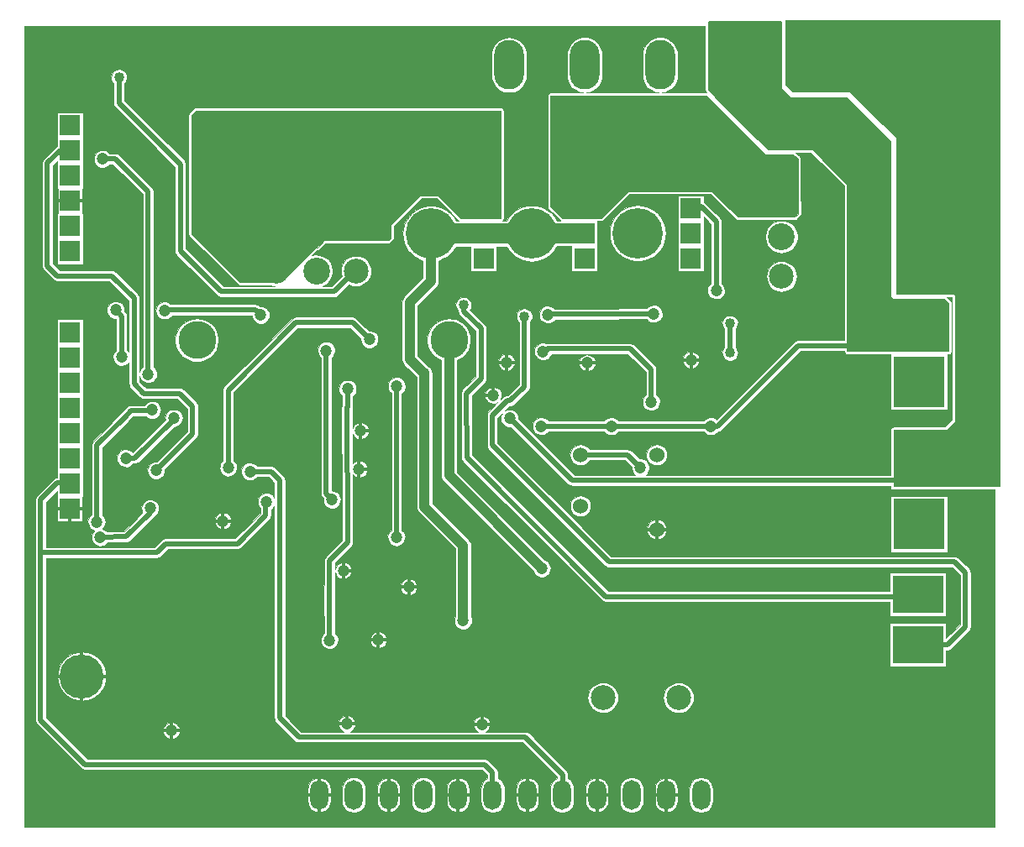
<source format=gbr>
%FSLAX23Y23*%
%MOIN*%
%AMT28*0 Bullet Pad at angle 225*21,1,0.11811,0.19685,0,0,225*%
%ADD28T28*%
%ADD70O,0.07087X0.11811*%
%ADD147O,0.11811X0.19685*%
%ADD13R,0.15748X0.07874*%
%ADD185R,0.20000X0.10000*%
%ADD26R,0.11811X0.27559*%
%ADD187R,0.20000X0.15000*%
%ADD27R,0.70866X0.15748*%
%ADD149R,0.20000X0.20000*%
%ADD140R,0.07874X0.07874*%
%ADD18R,0.08000X0.08000*%
%ADD115C,0.00004*%
%ADD116C,0.01181*%
%ADD188C,0.01969*%
%ADD73C,0.03937*%
%ADD25C,0.04000*%
%ADD24C,0.04724*%
%ADD148C,0.06000*%
%ADD74C,0.07874*%
%ADD16C,0.09843*%
%ADD141C,0.10630*%
%ADD10C,0.11811*%
%ADD143C,0.15000*%
%ADD72C,0.15748*%
%ADD117C,0.17500*%
%ADD118C,0.20000*%
%ADD29C,0.23622*%
X000Y000D02*
D02*
D13*
X1796Y2551D03*
X1896D03*
X2177Y2551D03*
D02*
D16*
X1026Y2402D03*
X1341D03*
X2320Y708D03*
X2620D03*
X3029Y2380D03*
Y2695D03*
D02*
D18*
X206Y1458D03*
Y1558D03*
Y1658D03*
Y1758D03*
Y1858D03*
Y1958D03*
Y2058D03*
Y2158D03*
X206Y2480D03*
Y2580D03*
Y2680D03*
Y2780D03*
Y2880D03*
Y2980D03*
D02*
D70*
X1194Y321D03*
X1332D03*
X1470D03*
X1608D03*
X1746D03*
X1883D03*
X2021D03*
X2159D03*
X2297D03*
X2435D03*
X2572D03*
X2710D03*
D02*
D24*
X312Y1406D03*
X326Y1345D03*
X335Y2848D03*
X387Y2247D03*
X411Y2060D03*
X427Y1659D03*
X516Y1993D03*
X524Y1460D03*
X532Y1850D03*
X548Y1610D03*
X581Y2245D03*
X608Y578D03*
X618Y1818D03*
X813Y1409D03*
X834Y1621D03*
X921Y1606D03*
X963Y2227D03*
X985Y1486D03*
X1223Y2086D03*
X1235Y936D03*
X1245Y1494D03*
X1290Y1213D03*
X1305Y604D03*
X1308Y1934D03*
X1353Y1615D03*
X1359Y1767D03*
X1394Y2131D03*
X1429Y937D03*
X1502Y1344D03*
X1502Y1945D03*
X1551Y1147D03*
X1766Y1014D03*
X1840Y602D03*
X1885Y1909D03*
X1938Y2039D03*
X1950Y1817D03*
X2076Y1786D03*
X2078Y1221D03*
X2083Y2083D03*
X2102Y2229D03*
X2258Y2037D03*
X2354Y1786D03*
X2469Y1621D03*
X2512Y1882D03*
X2522Y2232D03*
X2670Y2049D03*
X2749Y1786D03*
X2770Y2325D03*
D02*
D25*
X400Y3173D03*
X1768Y2267D03*
X2009Y2223D03*
X2825Y2077D03*
X2825Y2195D03*
D02*
D26*
X2246Y2754D03*
D02*
D27*
X2565Y2814D03*
D02*
D28*
X2944Y2779D03*
D02*
D10*
X3013Y2710D03*
D02*
D29*
X749Y3220D02*
X1355Y3220D01*
X1354Y3220D02*
X1645D01*
D02*
D72*
X1355Y3220D02*
X1354Y3220D01*
X1645D02*
X1647Y3219D01*
X1049Y3220*
D02*
D73*
X1710Y2128D02*
Y1590D01*
X2078Y1221*
X1766Y1014D02*
Y1313D01*
X1613Y1466*
Y1993*
X1612Y1995*
Y1997*
X1611Y1995*
X1555Y2051*
Y2278*
X1638Y2362*
Y2551*
D02*
D74*
X1847Y2551D02*
X1639D01*
X1847D02*
X2247D01*
X2247Y2651D02*
Y2681D01*
X2355Y2789*
X2935*
X3026Y2704*
X3042*
X3029Y2695*
D02*
D115*
X025Y195D02*
X3876D01*
Y1536*
X3687*
Y1536*
X3463*
Y1542*
X3462Y1545*
X3462Y1548*
Y1549*
X2198*
X2192Y1550*
X2187Y1552*
X2183Y1556*
X1956Y1782*
X1946Y1782*
X1936Y1784*
X1927Y1790*
X1921Y1797*
X1916Y1806*
X1914Y1816*
X1916Y1827*
X1920Y1836*
X1903Y1819*
Y1719*
X2193Y1430*
X2202Y1439*
X2195Y1448*
X2191Y1458*
X2190Y1469*
X2191Y1480*
X2195Y1490*
X2202Y1498*
X2211Y1505*
X2221Y1509*
X2231Y1511*
X2242Y1509*
X2252Y1505*
X2261Y1498*
X2268Y1490*
X2272Y1480*
X2273Y1469*
X2272Y1458*
X2268Y1448*
X2261Y1439*
X2252Y1433*
X2242Y1428*
X2231Y1427*
X2221Y1428*
X2211Y1433*
X2202Y1439*
X2193Y1430*
X2353Y1269*
X2535*
Y1336*
X2524Y1337*
X2515Y1341*
X2506Y1347*
X2500Y1356*
X2496Y1365*
X2495Y1376*
X2496Y1386*
X2500Y1395*
X2506Y1404*
X2515Y1410*
X2524Y1414*
X2535Y1415*
X2545Y1414*
X2555Y1410*
X2563Y1404*
X2569Y1395*
X2573Y1386*
X2575Y1376*
X2573Y1365*
X2569Y1356*
X2563Y1347*
X2555Y1341*
X2545Y1337*
X2535Y1336*
Y1269*
X3687*
Y1286*
X3463*
Y1509*
X3687*
Y1269*
X3716*
X3721Y1268*
X3727Y1266*
X3731Y1263*
X3774Y1220*
X3777Y1216*
X3779Y1210*
X3780Y1205*
Y989*
X3779Y983*
X3777Y978*
X3774Y974*
X3702Y902*
X3697Y899*
X3692Y896*
X3687Y896*
X3683*
Y831*
X3459*
Y1004*
X3683*
Y945*
X3737Y998*
Y1196*
X3707Y1226*
X3459*
Y1204*
X3683*
Y1031*
X3459*
Y1087*
X2332*
X2327Y1088*
X2321Y1090*
X2317Y1094*
X1765Y1646*
X1762Y1650*
X1759Y1655*
X1759Y1661*
X1757Y1916*
X1758Y1922*
X1760Y1927*
X1763Y1932*
X1815Y1983*
Y2165*
X1781Y2199*
X1771Y2189*
X1781Y2177*
X1789Y2163*
X1794Y2149*
X1796Y2133*
X1796Y2118*
X1793Y2102*
X1787Y2088*
X1778Y2075*
X1768Y2063*
X1755Y2054*
X1741Y2047*
Y1603*
X2089Y1255*
X2097Y1251*
X2104Y1246*
X2109Y1239*
X2113Y1230*
X2114Y1221*
X2112Y1211*
X2108Y1202*
X2102Y1195*
X2093Y1189*
X2084Y1186*
X2074Y1186*
X2064Y1189*
X2056Y1194*
X2049Y1202*
X2045Y1211*
X1688Y1568*
X1682Y1574*
X1679Y1582*
X1678Y1590*
Y2047*
X1664Y2054*
X1651Y2064*
X1640Y2075*
X1632Y2089*
X1626Y2104*
X1623Y2120*
X1623Y2136*
X1626Y2152*
X1632Y2166*
X1641Y2180*
X1651Y2192*
X1664Y2202*
X1678Y2209*
X1694Y2213*
X1710Y2214*
X1723Y2213*
X1737Y2210*
X1749Y2205*
X1761Y2198*
X1771Y2189*
X1781Y2199*
X1752Y2228*
X1749Y2232*
X1747Y2237*
X1746Y2243*
Y2244*
X1740Y2250*
X1737Y2258*
X1736Y2267*
X1737Y2277*
X1742Y2286*
X1749Y2293*
X1758Y2297*
X1768Y2299*
X1777Y2297*
X1786Y2293*
X1793Y2286*
X1798Y2277*
X1799Y2267*
X1799Y2260*
X1797Y2254*
X1793Y2248*
X1852Y2189*
X1855Y2185*
X1857Y2180*
X1858Y2174*
Y1974*
X1857Y1969*
X1855Y1963*
X1852Y1959*
X1800Y1907*
X1802Y1670*
X2341Y1131*
X3459*
Y1226*
X2344*
X2339Y1226*
X2334Y1229*
X2329Y1232*
X1866Y1695*
X1863Y1700*
X1861Y1705*
X1860Y1710*
Y1828*
X1861Y1834*
X1863Y1839*
X1866Y1843*
X1903Y1880*
X1894Y1876*
X1884Y1875*
X1874Y1877*
X1865Y1882*
X1858Y1890*
X1853Y1899*
X1852Y1909*
X1853Y1918*
X1857Y1927*
X1863Y1934*
X1871Y1939*
X1881Y1942*
X1890*
X1899Y1939*
X1907Y1934*
X1914Y1927*
X1918Y1918*
X1919Y1909*
X1918Y1900*
X1914Y1891*
X1925Y1902*
X1929Y1905*
X1934Y1908*
X1940Y1908*
X1945*
X1987Y1951*
Y2039*
X1971*
X1970Y2030*
X1966Y2021*
X1960Y2014*
X1952Y2009*
X1943Y2006*
X1933*
X1924Y2009*
X1916Y2014*
X1910Y2021*
X1906Y2030*
X1904Y2039*
X1906Y2049*
X1910Y2057*
X1916Y2064*
X1924Y2070*
X1933Y2072*
X1942*
X1952Y2070*
X1960Y2064*
X1966Y2057*
X1970Y2049*
X1971Y2039*
X1987*
Y2199*
X1982Y2206*
X1978Y2214*
X1977Y2223*
X1979Y2232*
X1983Y2241*
X1990Y2248*
X1998Y2253*
X2008Y2254*
X2018Y2253*
X2026Y2249*
X2034Y2243*
X2039Y2234*
X2041Y2225*
X2067Y2227*
X2068Y2236*
X2071Y2246*
X2077Y2254*
X2084Y2260*
X2093Y2264*
X2103Y2265*
X2113Y2263*
X2122Y2259*
X2129Y2252*
X2273*
X2494Y2254*
X2501Y2260*
X2510Y2265*
X2519Y2267*
X2529Y2267*
X2538Y2264*
X2546Y2258*
X2553Y2251*
X2556Y2242*
X2558Y2232*
X2557Y2222*
X2553Y2213*
X2546Y2206*
X2538Y2200*
X2529Y2197*
X2519Y2197*
X2510Y2199*
X2501Y2203*
X2494Y2210*
X2274Y2209*
X2274*
X2132*
X2125Y2202*
X2117Y2197*
X2107Y2194*
X2098Y2194*
X2088Y2197*
X2080Y2202*
X2073Y2209*
X2069Y2217*
X2067Y2227*
X2041Y2225*
X2041Y2223*
X2040Y2214*
X2036Y2206*
X2031Y2199*
Y2083*
X2048*
X2049Y2092*
X2053Y2101*
X2060Y2109*
X2068Y2115*
X2077Y2118*
X2087Y2118*
X2096Y2116*
X2101Y2116*
X2428*
X2433Y2116*
X2438Y2113*
X2443Y2110*
X2527Y2026*
X2530Y2022*
X2532Y2016*
X2533Y2011*
Y1911*
X2539Y1905*
X2544Y1898*
X2547Y1891*
X2548Y1882*
X2546Y1872*
X2542Y1863*
X2535Y1856*
X2527Y1850*
X2517Y1847*
X2507*
X2497Y1850*
X2489Y1856*
X2482Y1863*
X2478Y1872*
X2477Y1882*
X2478Y1893*
X2483Y1902*
X2490Y1910*
Y2002*
X2419Y2073*
X2258*
Y2071*
X2266Y2069*
X2275Y2066*
X2281Y2061*
X2287Y2054*
X2290Y2046*
X2291Y2037*
X2290Y2028*
X2286Y2019*
X2280Y2012*
X2272Y2007*
X2263Y2004*
X2253*
X2244Y2007*
X2236Y2012*
X2230Y2019*
X2226Y2028*
X2224Y2037*
X2225Y2046*
X2229Y2054*
X2234Y2061*
X2241Y2066*
X2249Y2069*
X2258Y2071*
Y2073*
X2117*
X2113Y2064*
X2107Y2056*
X2098Y2051*
X2089Y2048*
X2078Y2048*
X2069Y2051*
X2060Y2056*
X2054Y2064*
X2049Y2073*
X2048Y2083*
X2031*
Y1942*
X2030Y1937*
X2028Y1931*
X2024Y1927*
X1969Y1871*
X1964Y1868*
X1959Y1866*
X1953Y1865*
X1949*
X1931Y1847*
X1940Y1851*
X1949Y1852*
X1958Y1851*
X1967Y1848*
X1975Y1842*
X1980Y1835*
X1984Y1826*
X1985Y1817*
X1985Y1814*
X2207Y1593*
X2448*
X2442Y1599*
X2437Y1607*
X2434Y1616*
X2434Y1626*
X2409Y1651*
X2267*
X2260Y1642*
X2252Y1636*
X2242Y1632*
X2231Y1630*
X2220Y1632*
X2210Y1636*
X2202Y1643*
X2195Y1651*
X2191Y1662*
X2189Y1672*
X2191Y1683*
X2195Y1693*
X2202Y1702*
X2210Y1709*
X2220Y1713*
X2231Y1714*
X2242Y1713*
X2252Y1709*
X2260Y1702*
X2267Y1694*
X2418*
X2424Y1693*
X2429Y1691*
X2434Y1688*
X2465Y1657*
X2474Y1657*
X2483Y1654*
X2491Y1650*
X2497Y1643*
X2501Y1646*
X2496Y1655*
X2493Y1665*
X2493Y1675*
X2495Y1685*
X2499Y1695*
X2506Y1703*
X2514Y1709*
X2524Y1712*
X2534Y1714*
X2545Y1712*
X2555Y1708*
X2564Y1701*
X2571Y1693*
X2575Y1683*
X2576Y1672*
X2575Y1661*
X2571Y1651*
X2564Y1642*
X2555Y1635*
X2545Y1631*
X2534Y1630*
X2525Y1631*
X2516Y1634*
X2508Y1639*
X2501Y1646*
X2497Y1643*
X2502Y1635*
X2504Y1626*
X2504Y1616*
X2502Y1607*
X2497Y1599*
X2490Y1593*
X3462*
Y1772*
X3463Y1776*
X3465Y1780*
X3466Y1780*
X3469Y1783*
X3474Y1784*
X3679*
X3706Y1811*
Y2275*
X3706Y2276*
Y2299*
X3685*
X3701Y2282*
X3704Y2278*
X3705Y2274*
Y2085*
X3704Y2081*
X3701Y2077*
X3700Y2076*
X3697Y2073*
X3692Y2073*
X3687*
Y1850*
X3463*
Y2073*
X3290*
X3286Y2073*
X3282Y2076*
X3281Y2077*
X3279Y2080*
X3278Y2084*
X3104*
X2790Y1770*
X2784Y1766*
X2777Y1764*
X2770Y1757*
X2762Y1753*
X2753Y1750*
X2744Y1750*
X2735Y1753*
X2727Y1757*
X2721Y1764*
X2382*
X2375Y1757*
X2367Y1753*
X2358Y1750*
X2349*
X2340Y1753*
X2332Y1757*
X2326Y1764*
X2104*
X2097Y1757*
X2088Y1752*
X2079Y1750*
X2069Y1751*
X2060Y1754*
X2052Y1759*
X2046Y1767*
X2042Y1776*
X2040Y1786*
X2042Y1795*
X2046Y1804*
X2052Y1812*
X2060Y1817*
X2069Y1820*
X2079Y1821*
X2088Y1819*
X2097Y1814*
X2104Y1807*
X2326*
X2332Y1814*
X2340Y1818*
X2349Y1821*
X2358*
X2367Y1818*
X2375Y1814*
X2382Y1807*
X2721*
X2727Y1814*
X2736Y1819*
X2745Y1821*
X2754Y1821*
X2764Y1818*
X2772Y1813*
X3080Y2121*
X3084Y2124*
X3090Y2127*
X3095Y2127*
X3277*
Y2741*
X3145Y2873*
X3086*
X3103Y2857*
X3105Y2853*
X3106Y2848*
Y2735*
X3107Y2629*
X3106Y2624*
X3103Y2620*
X3091Y2608*
X3087Y2606*
X3083Y2605*
X3029*
Y2603*
X3043Y2601*
X3056Y2597*
X3068Y2590*
X3078Y2581*
X3086Y2570*
X3091Y2558*
X3094Y2545*
Y2531*
X3091Y2518*
X3086Y2505*
X3078Y2494*
X3068Y2485*
X3056Y2479*
X3043Y2474*
X3029Y2473*
Y2441*
X3043Y2440*
X3056Y2435*
X3067Y2428*
X3077Y2418*
X3084Y2407*
X3089Y2394*
X3090Y2380*
X3089Y2367*
X3084Y2354*
X3077Y2342*
X3067Y2333*
X3056Y2325*
X3043Y2321*
X3029Y2319*
X3016Y2321*
X3003Y2325*
X2991Y2333*
X2982Y2342*
X2974Y2354*
X2970Y2367*
X2968Y2380*
X2970Y2394*
X2974Y2407*
X2982Y2418*
X2991Y2428*
X3003Y2435*
X3016Y2440*
X3029Y2441*
Y2473*
X3016Y2474*
X3003Y2479*
X2991Y2485*
X2981Y2494*
X2973Y2505*
X2968Y2518*
X2965Y2531*
Y2545*
X2968Y2558*
X2973Y2570*
X2981Y2581*
X2991Y2590*
X3003Y2597*
X3016Y2601*
X3029Y2603*
Y2605*
X2856*
X2852Y2606*
X2848Y2608*
X2748Y2708*
X2618*
Y2702*
X2720*
Y2677*
X2726Y2673*
X2785Y2614*
X2789Y2609*
X2791Y2604*
X2791Y2598*
Y2353*
X2799Y2346*
X2803Y2336*
X2805Y2326*
X2804Y2316*
X2800Y2306*
X2793Y2298*
X2784Y2293*
X2813Y2224*
X2822Y2226*
X2832Y2226*
X2841Y2222*
X2849Y2216*
X2854Y2208*
X2857Y2198*
X2856Y2188*
X2853Y2179*
X2847Y2171*
Y2100*
X2852Y2093*
X2856Y2085*
X2857Y2077*
X2855Y2068*
X2851Y2059*
X2845Y2052*
X2837Y2047*
X2828Y2045*
X2818Y2046*
X2810Y2049*
X2802Y2055*
X2797Y2062*
X2794Y2071*
X2703Y2055*
X2704Y2049*
X2702Y2039*
X2698Y2031*
X2692Y2024*
X2684Y2018*
X2675Y2016*
X2665*
X2656Y2018*
X2648Y2024*
X2642Y2031*
X2638Y2039*
X2637Y2049*
X2638Y2059*
X2642Y2068*
X2649Y2075*
X2657Y2080*
X2667Y2082*
X2677Y2082*
X2686Y2078*
X2694Y2072*
X2700Y2064*
X2703Y2055*
X2794Y2071*
X2793Y2079*
X2795Y2087*
X2798Y2094*
X2803Y2100*
Y2171*
X2798Y2179*
X2794Y2187*
X2793Y2196*
X2795Y2205*
X2799Y2213*
X2805Y2219*
X2813Y2224*
X2784Y2293*
X2774Y2290*
X2764Y2290*
X2754Y2294*
X2746Y2299*
X2739Y2307*
X2735Y2317*
X2734Y2327*
X2736Y2337*
X2741Y2346*
X2748Y2353*
Y2589*
X2720Y2617*
Y2400*
X2618*
Y2708*
X2426*
X2365Y2646*
X2380Y2631*
X2393Y2643*
X2408Y2652*
X2424Y2658*
X2441Y2663*
X2459Y2664*
X2476Y2663*
X2493Y2658*
X2509Y2652*
X2524Y2643*
X2538Y2631*
X2549Y2618*
X2558Y2603*
X2565Y2587*
X2569Y2570*
X2570Y2552*
X2569Y2534*
X2564Y2516*
X2557Y2499*
X2547Y2483*
X2534Y2470*
X2520Y2458*
X2504Y2450*
X2486Y2444*
X2468Y2441*
X2449*
X2431Y2444*
X2414Y2450*
X2397Y2458*
X2383Y2470*
X2370Y2483*
X2360Y2499*
X2353Y2516*
X2348Y2534*
X2347Y2552*
X2348Y2570*
X2352Y2587*
X2359Y2603*
X2368Y2618*
X2380Y2631*
X2365Y2646*
X2323Y2604*
X2319Y2602*
X2315Y2601*
X2298*
Y2400*
X2196*
Y2500*
X2138*
X2128Y2485*
X2117Y2472*
X2104Y2460*
X2089Y2451*
X2073Y2445*
X2056Y2440*
X2038Y2439*
X2021Y2440*
X2004Y2444*
X1988Y2451*
X1973Y2460*
X1960Y2471*
X1948Y2484*
X1939Y2499*
X1898*
Y2400*
X1796*
Y2499*
X1737*
X1728Y2484*
X1716Y2470*
X1702Y2459*
X1686Y2450*
X1669Y2443*
Y2362*
X1668Y2353*
X1665Y2346*
X1660Y2339*
X1586Y2265*
Y2064*
X1625Y2026*
X1633Y2021*
X1639Y2014*
X1642Y2005*
X1644Y1999*
X1644Y1993*
Y1479*
X1788Y1335*
X1793Y1329*
X1797Y1321*
X1798Y1313*
Y1030*
X1801Y1022*
X1802Y1014*
X1800Y1004*
X1796Y995*
X1789Y987*
X1781Y982*
X1771Y979*
X1761*
X1751Y982*
X1743Y987*
X1736Y995*
X1732Y1004*
X1731Y1014*
X1732Y1022*
X1735Y1030*
Y1300*
X1591Y1444*
X1586Y1450*
X1582Y1458*
X1581Y1466*
Y1945*
X1538*
X1537Y1937*
X1534Y1929*
X1529Y1922*
X1523Y1916*
Y1372*
X1530Y1365*
X1535Y1356*
X1537Y1347*
X1536Y1337*
X1533Y1328*
X1527Y1320*
X1519Y1314*
X1510Y1310*
X1543Y1180*
X1553Y1181*
X1563Y1179*
X1572Y1174*
X1579Y1166*
X1583Y1157*
X1585Y1147*
X1583Y1138*
X1579Y1129*
X1573Y1122*
X1565Y1117*
X1556Y1114*
X1546*
X1537Y1117*
X1529Y1122*
X1523Y1129*
X1519Y1138*
X1518Y1147*
X1519Y1156*
X1522Y1164*
X1528Y1171*
X1535Y1177*
X1543Y1180*
X1510Y1310*
X1501Y1309*
X1491Y1310*
X1482Y1314*
X1475Y1321*
X1470Y1329*
X1467Y1338*
X1466Y1348*
X1468Y1357*
X1473Y1365*
X1480Y1372*
Y1918*
X1473Y1925*
X1468Y1935*
X1467Y1945*
X1468Y1955*
X1472Y1964*
X1479Y1972*
X1488Y1977*
X1497Y1980*
X1507*
X1517Y1977*
X1526Y1972*
X1532Y1964*
X1536Y1955*
X1538Y1945*
X1581*
Y1980*
X1532Y2029*
X1527Y2036*
X1524Y2043*
X1523Y2051*
Y2278*
X1524Y2287*
X1527Y2294*
X1532Y2301*
X1606Y2375*
Y2443*
X1589Y2450*
X1574Y2459*
X1560Y2470*
X1548Y2483*
X1539Y2499*
X1532Y2515*
X1527Y2533*
X1526Y2551*
X1527Y2569*
X1532Y2587*
X1540Y2604*
X1550Y2619*
X1562Y2633*
X1577Y2644*
X1593Y2653*
X1611Y2659*
X1629Y2662*
X1648Y2662*
X1666Y2659*
X1684Y2652*
X1700Y2643*
X1714Y2632*
X1727Y2618*
X1737Y2602*
X1749*
X1746Y2605*
X1660Y2691*
X1601*
X1490Y2580*
Y2532*
X1489Y2528*
X1487Y2524*
X1479Y2517*
X1475Y2514*
X1471Y2513*
X1221*
X1195Y2487*
X1191Y2484*
X1187Y2484*
X1185*
X1166Y2465*
X1180Y2467*
X1194Y2466*
X1208Y2462*
X1220Y2456*
X1231Y2447*
X1240Y2435*
X1245Y2423*
X1248Y2409*
X1248Y2395*
X1245Y2381*
X1239Y2368*
X1231Y2357*
X1220Y2348*
X1207Y2341*
X1246*
X1284Y2380*
X1281Y2391*
X1280Y2402*
X1282Y2416*
X1286Y2429*
X1294Y2440*
X1303Y2450*
X1315Y2457*
X1328Y2462*
X1341Y2463*
X1355Y2462*
X1368Y2457*
X1379Y2450*
X1389Y2440*
X1396Y2429*
X1401Y2416*
X1402Y2402*
X1401Y2390*
X1397Y2378*
X1391Y2367*
X1383Y2358*
X1373Y2350*
X1362Y2345*
X1350Y2342*
X1337Y2341*
X1325Y2343*
X1313Y2348*
X1270Y2304*
X1266Y2301*
X1260Y2299*
X1255Y2298*
X805*
Y2270*
X942*
X948Y2269*
X953Y2267*
X957Y2263*
X959Y2262*
X969Y2262*
X978Y2259*
X987Y2253*
X993Y2246*
X997Y2237*
X999Y2227*
X997Y2217*
X993Y2208*
X987Y2200*
X978Y2195*
X969Y2192*
X959Y2192*
X949Y2195*
X940Y2200*
X934Y2207*
X929Y2217*
X928Y2226*
X710*
Y2214*
X726Y2213*
X741Y2209*
X755Y2201*
X768Y2192*
X779Y2180*
X788Y2166*
X793Y2151*
X796Y2136*
Y2120*
X793Y2104*
X788Y2089*
X779Y2075*
X768Y2063*
X755Y2054*
X741Y2047*
X726Y2042*
X710Y2041*
X694Y2042*
X678Y2047*
X664Y2054*
X651Y2063*
X640Y2075*
X632Y2089*
X626Y2104*
X623Y2120*
Y2136*
X626Y2151*
X632Y2166*
X640Y2180*
X651Y2192*
X664Y2201*
X678Y2209*
X694Y2213*
X710Y2214*
Y2226*
X611*
X605Y2219*
X596Y2213*
X587Y2210*
X576Y2210*
X567Y2213*
X558Y2218*
X551Y2226*
X547Y2235*
X546Y2245*
X538*
Y2025*
X538Y2021*
X544Y2016*
X548Y2009*
X551Y2001*
X552Y1993*
X550Y1983*
X546Y1974*
X540Y1966*
X531Y1961*
X521Y1958*
X511Y1958*
X501Y1961*
X493Y1967*
X486Y1975*
X482Y1984*
Y1963*
X507Y1938*
X642*
X647Y1937*
X653Y1935*
X657Y1932*
X709Y1880*
X712Y1876*
X714Y1870*
X715Y1865*
Y1756*
X714Y1750*
X712Y1745*
X709Y1740*
X583Y1615*
X583Y1610*
X582Y1600*
X578Y1591*
X571Y1584*
X563Y1578*
X553Y1575*
X543*
X533Y1578*
X525Y1584*
X518Y1591*
X514Y1600*
X513Y1610*
X514Y1620*
X518Y1629*
X525Y1637*
X533Y1642*
X542Y1645*
X552Y1646*
X672Y1765*
Y1818*
X654*
X652Y1809*
X649Y1800*
X643Y1793*
X636Y1787*
X627Y1784*
X618Y1783*
X479Y1643*
X474Y1640*
X469Y1638*
X463Y1637*
X455*
X448Y1630*
X440Y1626*
X430Y1623*
X420Y1624*
X411Y1627*
X403Y1633*
X397Y1640*
X393Y1649*
X392Y1659*
X393Y1668*
X397Y1677*
X403Y1685*
X411Y1690*
X420Y1694*
X430Y1694*
X439Y1692*
X448Y1688*
X455Y1681*
X584Y1810*
X583Y1818*
X584Y1828*
X588Y1837*
X595Y1845*
X603Y1850*
X613Y1853*
X623*
X633Y1850*
X641Y1845*
X648Y1837*
X652Y1828*
X654Y1818*
X672*
Y1856*
X633Y1895*
X532*
Y1885*
X541Y1884*
X550Y1880*
X557Y1875*
X563Y1867*
X566Y1859*
X568Y1850*
X566Y1840*
X563Y1832*
X557Y1824*
X549Y1819*
X540Y1815*
X531Y1814*
X522Y1816*
X513Y1820*
X506Y1826*
X458*
X442Y1810*
X439Y1806*
X334Y1702*
Y1433*
X341Y1426*
X346Y1417*
X347Y1406*
X346Y1396*
X341Y1387*
X335Y1379*
X341Y1376*
X348Y1373*
X353Y1368*
X420Y1369*
X493Y1442*
X490Y1450*
X489Y1460*
X490Y1470*
X494Y1479*
X501Y1486*
X509Y1492*
X519Y1495*
X529*
X539Y1492*
X547Y1486*
X554Y1479*
X558Y1470*
X559Y1460*
X558Y1450*
X555Y1442*
X549Y1434*
X542Y1429*
X539Y1426*
X445Y1332*
X440Y1328*
X435Y1326*
X430Y1325*
X355Y1324*
X349Y1318*
X342Y1313*
X334Y1310*
X326Y1309*
Y1306*
X542*
X570Y1335*
X575Y1338*
X580Y1340*
X585Y1341*
X813*
Y1376*
X804Y1377*
X796Y1380*
X789Y1385*
X784Y1392*
X781Y1400*
X779Y1409*
X781Y1419*
X785Y1427*
X791Y1434*
X799Y1440*
X808Y1442*
X818*
X827Y1440*
X835Y1434*
X841Y1427*
X845Y1419*
X846Y1409*
X845Y1400*
X842Y1392*
X837Y1385*
X830Y1380*
X822Y1377*
X813Y1376*
Y1341*
X862*
X960Y1439*
Y1461*
X955Y1468*
X951Y1477*
X950Y1486*
X951Y1496*
X956Y1506*
X963Y1513*
X972Y1519*
X982Y1521*
X992Y1521*
X1002Y1517*
X1010Y1511*
X1016Y1503*
Y1563*
X995Y1584*
X949*
X941Y1577*
X932Y1572*
X922Y1571*
X911Y1572*
X902Y1576*
X894Y1583*
X888Y1592*
X886Y1602*
X886Y1612*
X869Y1615*
X866Y1605*
X860Y1597*
X851Y1590*
X842Y1587*
X831Y1586*
X821Y1588*
X812Y1594*
X805Y1602*
X800Y1611*
X799Y1621*
X800Y1629*
X802Y1637*
X807Y1644*
X813Y1649*
Y1929*
X813Y1935*
X815Y1940*
X819Y1945*
X1088Y2213*
X1092Y2217*
X1097Y2219*
X1103Y2220*
X1327*
X1332Y2219*
X1338Y2217*
X1342Y2213*
X1390Y2166*
X1400Y2166*
X1409Y2163*
X1417Y2157*
X1424Y2150*
X1428Y2141*
X1429Y2131*
X1428Y2121*
X1424Y2112*
X1417Y2104*
X1409Y2099*
X1399Y2096*
X1389*
X1379Y2099*
X1371Y2104*
X1364Y2112*
X1360Y2121*
X1359Y2131*
X1359Y2135*
X1318Y2176*
X1223*
Y2122*
X1232Y2120*
X1241Y2117*
X1249Y2110*
X1254Y2102*
X1258Y2093*
X1258Y2083*
X1256Y2074*
X1251Y2065*
X1244Y2058*
Y1555*
X1244Y1549*
Y1530*
X1253Y1529*
X1262Y1525*
X1270Y1520*
X1276Y1512*
X1279Y1504*
X1281Y1494*
X1285Y1494*
X1283Y1860*
X1284Y1865*
X1286Y1871*
Y1906*
X1280Y1912*
X1276Y1919*
X1273Y1926*
X1272Y1934*
X1274Y1944*
X1278Y1954*
X1285Y1961*
X1293Y1967*
X1303Y1969*
X1313*
X1323Y1967*
X1331Y1961*
X1338Y1954*
X1342Y1944*
X1343Y1934*
X1342Y1926*
X1340Y1919*
X1335Y1912*
X1329Y1906*
Y1863*
X1329Y1857*
X1327Y1852*
X1327Y1779*
X1331Y1787*
X1338Y1794*
X1346Y1798*
X1355Y1801*
X1364Y1800*
X1373Y1798*
X1381Y1792*
X1387Y1785*
X1391Y1777*
X1392Y1767*
X1391Y1758*
X1387Y1750*
X1381Y1743*
X1373Y1737*
X1364Y1734*
X1355Y1734*
X1346Y1736*
X1338Y1741*
X1332Y1748*
X1327Y1756*
X1328Y1637*
X1335Y1644*
X1345Y1648*
X1355Y1649*
X1365Y1647*
X1374Y1642*
X1381Y1635*
X1385Y1626*
X1387Y1615*
X1385Y1605*
X1381Y1596*
X1374Y1589*
X1365Y1584*
X1355Y1582*
X1345Y1583*
X1335Y1587*
X1328Y1594*
X1329Y1348*
Y1348*
Y1324*
X1328Y1318*
X1326Y1313*
X1322Y1308*
X1257Y1243*
X1257Y1219*
X1261Y1229*
X1267Y1237*
X1274Y1242*
X1284Y1246*
X1294Y1246*
X1303Y1244*
X1311Y1239*
X1318Y1231*
X1322Y1222*
X1324Y1213*
X1322Y1203*
X1318Y1194*
X1311Y1187*
X1303Y1182*
X1293Y1179*
X1284Y1180*
X1274Y1183*
X1266Y1189*
X1261Y1197*
X1257Y1206*
X1257Y1054*
Y1038*
X1257Y1038*
X1257Y1034*
Y964*
X1263Y959*
X1267Y952*
X1270Y944*
X1271Y936*
X1396Y937*
X1397Y947*
X1401Y955*
X1407Y962*
X1415Y968*
X1424Y970*
X1434*
X1443Y968*
X1451Y962*
X1457Y955*
X1461Y947*
X1463Y937*
X1461Y928*
X1457Y919*
X1451Y912*
X1443Y907*
X1434Y904*
X1424*
X1415Y907*
X1407Y912*
X1401Y919*
X1397Y928*
X1396Y937*
X1271Y936*
Y936*
X1269Y926*
X1265Y917*
X1259Y910*
X1250Y904*
X1240Y901*
X1230*
X1221Y904*
X1212Y910*
X1206Y917*
X1201Y926*
X1200Y936*
X1201Y944*
X1204Y952*
X1208Y959*
X1214Y964*
Y1032*
X1214Y1033*
X1213Y1036*
Y1054*
Y1054*
X1214Y1253*
X1215Y1258*
X1217Y1263*
X1220Y1268*
X1285Y1333*
Y1348*
X1285Y1494*
X1281Y1494*
Y1494*
X1279Y1484*
X1275Y1475*
X1268Y1467*
X1260Y1462*
X1250Y1459*
X1240*
X1230Y1462*
X1222Y1467*
X1215Y1475*
X1211Y1484*
X1210Y1494*
X1210Y1500*
X1207Y1504*
X1203Y1508*
X1201Y1513*
X1200Y1519*
Y1554*
X1201Y1560*
Y2058*
X1194Y2065*
X1190Y2074*
X1187Y2083*
X1188Y2093*
X1191Y2102*
X1197Y2110*
X1204Y2117*
X1213Y2120*
X1223Y2122*
Y2176*
X1112*
X856Y1920*
Y1649*
X863Y1643*
X867Y1634*
X869Y1625*
X869Y1615*
X886Y1612*
X889Y1622*
X895Y1630*
X903Y1637*
X912Y1640*
X922Y1641*
X932Y1639*
X942Y1635*
X949Y1628*
X1004*
X1009Y1627*
X1015Y1625*
X1019Y1621*
X1053Y1587*
X1057Y1583*
X1059Y1577*
X1060Y1572*
Y636*
X1123Y573*
X1292*
X1284Y578*
X1277Y585*
X1273Y594*
X1271Y604*
X1273Y613*
X1276Y622*
X1283Y629*
X1291Y634*
X1300Y637*
X1309*
X1319Y634*
X1327Y629*
X1333Y622*
X1337Y613*
X1338Y604*
X1337Y594*
X1332Y585*
X1326Y578*
X1317Y573*
X1824*
X1817Y578*
X1811Y585*
X1808Y594*
X1807Y602*
X1808Y612*
X1812Y621*
X1818Y628*
X1826Y633*
X1835Y636*
X1845*
X1854Y633*
X1862Y628*
X1868Y621*
X1872Y612*
X1874Y602*
X1872Y594*
X1869Y585*
X1863Y578*
X1856Y573*
X2011*
X2017Y572*
X2022Y570*
X2027Y567*
X2103Y490*
X2277Y665*
X2270Y674*
X2264Y685*
X2260Y696*
X2259Y708*
X2261Y722*
X2265Y734*
X2273Y746*
X2282Y756*
X2294Y763*
X2307Y768*
X2320Y769*
X2334Y768*
X2347Y763*
X2358Y756*
X2368Y746*
X2375Y734*
X2380Y722*
X2381Y708*
X2559*
X2561Y722*
X2565Y734*
X2573Y746*
X2582Y756*
X2594Y763*
X2607Y768*
X2620Y769*
X2634Y768*
X2647Y763*
X2658Y756*
X2668Y746*
X2675Y734*
X2680Y722*
X2681Y708*
X2680Y694*
X2675Y682*
X2668Y670*
X2658Y660*
X2647Y653*
X2634Y648*
X2620Y647*
X2607Y648*
X2594Y653*
X2582Y660*
X2573Y670*
X2565Y682*
X2561Y694*
X2559Y708*
X2381*
X2380Y695*
X2376Y683*
X2369Y671*
X2360Y662*
X2350Y654*
X2338Y649*
X2325Y647*
X2312Y648*
X2299Y651*
X2287Y657*
X2277Y665*
X2103Y490*
X2175Y418*
X2179Y414*
X2181Y408*
X2181Y403*
Y387*
X2190Y381*
X2197Y373*
X2202Y365*
X2205Y355*
X2206Y345*
X2251*
X2253Y357*
X2258Y368*
X2265Y377*
X2274Y384*
X2285Y389*
X2297Y390*
X2309Y389*
X2319Y384*
X2329Y377*
X2336Y368*
X2341Y357*
X2342Y345*
X2387*
X2389Y356*
X2393Y367*
X2399Y376*
X2408Y384*
X2418Y389*
X2429Y392*
X2440*
X2451Y389*
X2461Y384*
X2470Y376*
X2476Y367*
X2480Y356*
X2482Y345*
X2527*
X2529Y357*
X2533Y368*
X2540Y377*
X2550Y384*
X2561Y389*
X2572Y390*
X2584Y389*
X2595Y384*
X2604Y377*
X2612Y368*
X2616Y357*
X2618Y345*
X2663*
X2664Y356*
X2668Y367*
X2675Y376*
X2683Y384*
X2693Y389*
X2704Y392*
X2716*
X2727Y389*
X2737Y384*
X2746Y376*
X2752Y367*
X2756Y356*
X2757Y345*
Y298*
X2756Y286*
X2752Y276*
X2746Y266*
X2737Y259*
X2727Y254*
X2716Y251*
X2704*
X2693Y254*
X2683Y259*
X2675Y266*
X2668Y276*
X2664Y286*
X2663Y298*
Y345*
X2618*
Y298*
X2616Y286*
X2612Y275*
X2604Y266*
X2595Y259*
X2584Y254*
X2572Y252*
X2561Y254*
X2550Y259*
X2540Y266*
X2533Y275*
X2529Y286*
X2527Y298*
Y345*
X2482*
Y298*
X2480Y286*
X2476Y276*
X2470Y266*
X2461Y259*
X2451Y254*
X2440Y251*
X2429*
X2418Y254*
X2408Y259*
X2399Y266*
X2393Y276*
X2389Y286*
X2387Y298*
Y345*
X2342*
Y298*
X2341Y286*
X2336Y275*
X2329Y266*
X2319Y259*
X2309Y254*
X2297Y252*
X2285Y254*
X2274Y259*
X2265Y266*
X2258Y275*
X2253Y286*
X2251Y298*
Y345*
X2206*
Y298*
X2205Y286*
X2201Y276*
X2194Y266*
X2186Y259*
X2176Y254*
X2165Y251*
X2153*
X2142Y254*
X2132Y259*
X2124Y266*
X2117Y276*
X2113Y286*
X2112Y298*
X2066*
X2065Y286*
X2060Y275*
X2053Y266*
X2044Y259*
X2033Y254*
X2021Y252*
X2009Y254*
X1999Y259*
X1989Y266*
X1982Y275*
X1977Y286*
X1976Y298*
Y345*
X1977Y357*
X1982Y368*
X1989Y377*
X1999Y384*
X2009Y389*
X2021Y390*
X2033Y389*
X2044Y384*
X2053Y377*
X2060Y368*
X2065Y357*
X2066Y345*
Y298*
X2112*
Y345*
X2113Y355*
X2116Y365*
X2122Y374*
X2129Y382*
X2138Y387*
Y394*
X2002Y530*
X1114*
X1109Y530*
X1103Y533*
X1099Y536*
X1023Y612*
X1019Y616*
X1017Y622*
X1016Y627*
Y1469*
X1011Y1461*
X1004Y1455*
Y1430*
X1003Y1425*
X1001Y1420*
X997Y1415*
X886Y1304*
X882Y1301*
X876Y1298*
X871Y1298*
X594*
X566Y1269*
X562Y1266*
X556Y1264*
X551Y1263*
X111*
Y793*
X156*
X157Y810*
X162Y826*
X169Y841*
X179Y855*
X191Y867*
X205Y877*
X220Y884*
X236Y889*
X253Y890*
X270Y889*
X287Y884*
X302Y877*
X316Y867*
X328Y855*
X338Y841*
X345Y826*
X349Y810*
X351Y793*
X349Y776*
X345Y759*
X338Y744*
X328Y730*
X316Y718*
X302Y708*
X287Y701*
X270Y697*
X253Y695*
X236Y697*
X220Y701*
X205Y708*
X191Y718*
X179Y730*
X169Y744*
X162Y759*
X157Y776*
X156Y793*
X111*
Y628*
X274Y465*
X608*
Y545*
X600Y546*
X591Y549*
X585Y554*
X579Y561*
X576Y569*
X575Y578*
X576Y587*
X580Y596*
X586Y603*
X594Y609*
X603Y611*
X613*
X622Y609*
X630Y603*
X636Y596*
X640Y587*
X642Y578*
X641Y569*
X637Y561*
X632Y554*
X625Y549*
X617Y546*
X608Y545*
Y465*
X1851*
X1856Y464*
X1862Y462*
X1866Y458*
X1899Y426*
X1902Y421*
X1904Y416*
X1905Y410*
Y387*
X1914Y381*
X1921Y374*
X1926Y365*
X1930Y355*
X1931Y345*
Y298*
X1929Y286*
X1925Y276*
X1919Y266*
X1910Y259*
X1900Y254*
X1889Y251*
X1878*
X1867Y254*
X1857Y259*
X1848Y266*
X1842Y276*
X1838Y286*
X1836Y298*
Y345*
X1837Y355*
X1841Y365*
X1846Y374*
X1853Y381*
X1862Y387*
Y401*
X1842Y421*
X1746*
Y390*
X1757Y389*
X1768Y384*
X1778Y377*
X1785Y368*
X1789Y357*
X1791Y345*
Y298*
X1789Y286*
X1785Y275*
X1778Y266*
X1768Y259*
X1757Y254*
X1746Y252*
X1734Y254*
X1723Y259*
X1714Y266*
X1706Y275*
X1702Y286*
X1700Y298*
Y345*
X1702Y357*
X1706Y368*
X1714Y377*
X1723Y384*
X1734Y389*
X1746Y390*
Y421*
X1608*
Y392*
X1618Y391*
X1628Y388*
X1637Y382*
X1645Y374*
X1650Y365*
X1654Y356*
X1655Y345*
Y298*
X1654Y286*
X1650Y276*
X1643Y266*
X1635Y259*
X1625Y254*
X1614Y251*
X1602*
X1591Y254*
X1581Y259*
X1572Y266*
X1566Y276*
X1562Y286*
X1561Y298*
Y345*
X1562Y356*
X1565Y365*
X1571Y374*
X1578Y382*
X1587Y388*
X1597Y391*
X1608Y392*
Y421*
X1470*
Y390*
X1482Y389*
X1493Y384*
X1502Y377*
X1509Y368*
X1514Y357*
X1515Y345*
Y298*
X1514Y286*
X1509Y275*
X1502Y266*
X1493Y259*
X1482Y254*
X1470Y252*
X1458Y254*
X1447Y259*
X1438Y266*
X1431Y275*
X1426Y286*
X1425Y298*
Y345*
X1426Y357*
X1431Y368*
X1438Y377*
X1447Y384*
X1458Y389*
X1470Y390*
Y421*
X1332*
Y392*
X1343Y391*
X1353Y388*
X1362Y382*
X1369Y374*
X1375Y365*
X1378Y356*
X1379Y345*
Y298*
X1378Y286*
X1374Y276*
X1368Y266*
X1359Y259*
X1349Y254*
X1338Y251*
X1327*
X1315Y254*
X1305Y259*
X1297Y266*
X1290Y276*
X1286Y286*
X1285Y298*
Y345*
X1286Y356*
X1290Y365*
X1295Y374*
X1303Y382*
X1312Y388*
X1322Y391*
X1332Y392*
Y421*
X1194*
Y390*
X1206Y389*
X1217Y384*
X1226Y377*
X1234Y368*
X1238Y357*
X1240Y345*
Y298*
X1238Y286*
X1234Y275*
X1226Y266*
X1217Y259*
X1206Y254*
X1194Y252*
X1183Y254*
X1172Y259*
X1162Y266*
X1155Y275*
X1151Y286*
X1149Y298*
Y345*
X1151Y357*
X1155Y368*
X1162Y377*
X1172Y384*
X1183Y389*
X1194Y390*
Y421*
X265*
X260Y422*
X254Y424*
X250Y428*
X074Y604*
X070Y609*
X068Y614*
X067Y619*
Y1494*
X068Y1499*
X070Y1505*
X074Y1509*
X141Y1576*
X147Y1580*
X154Y1582*
Y2210*
X258*
Y1506*
X256*
Y1408*
X156*
Y1506*
X154*
Y1529*
X111Y1485*
Y1306*
X326*
Y1309*
X316Y1310*
X308Y1314*
X300Y1320*
X295Y1328*
X291Y1337*
X291Y1347*
X292Y1356*
X297Y1365*
X303Y1372*
X294Y1375*
X286Y1382*
X280Y1390*
X277Y1399*
X276Y1409*
X279Y1419*
X284Y1428*
X291Y1435*
Y1711*
X292Y1716*
X294Y1722*
X297Y1726*
X405Y1834*
X408Y1838*
X433Y1863*
X438Y1867*
X443Y1869*
X449Y1869*
X503*
X508Y1876*
X516Y1881*
X524Y1884*
X532Y1885*
Y1895*
X498*
X492Y1895*
X487Y1897*
X483Y1901*
X445Y1938*
X442Y1943*
X440Y1948*
X439Y1954*
Y2038*
X432Y2031*
X423Y2027*
X414Y2025*
X404Y2025*
X395Y2028*
X387Y2034*
X381Y2041*
X377Y2050*
X376Y2060*
X376Y2068*
X379Y2076*
X384Y2082*
X389Y2088*
Y2212*
X380Y2212*
X371Y2216*
X363Y2221*
X357Y2229*
X353Y2237*
X351Y2247*
X353Y2257*
X357Y2266*
X364Y2274*
X372Y2279*
X382Y2282*
X392*
X402Y2279*
X410Y2274*
X417Y2266*
X421Y2257*
X422Y2247*
X422Y2242*
X426Y2238*
X430Y2234*
X432Y2229*
X433Y2223*
Y2088*
X439Y2082*
Y2285*
X363Y2361*
X156*
X151Y2362*
X145Y2364*
X141Y2367*
X100Y2408*
X097Y2412*
X095Y2418*
X094Y2423*
Y2830*
X095Y2835*
X097Y2840*
X100Y2845*
X151Y2896*
X155Y2899*
Y3032*
X258*
Y2729*
X256*
Y2632*
X258*
Y2429*
X155*
Y2632*
X157*
Y2729*
X155*
Y2838*
X137Y2821*
Y2432*
X165Y2404*
X372*
X378Y2404*
X383Y2402*
X387Y2398*
X476Y2310*
X479Y2305*
X482Y2300*
X482Y2294*
Y2003*
X485Y2010*
X489Y2016*
X494Y2021*
Y2708*
X376Y2826*
X363*
X356Y2819*
X348Y2815*
X338Y2812*
X328Y2813*
X319Y2816*
X311Y2822*
X305Y2829*
X301Y2838*
X300Y2848*
X301Y2857*
X305Y2866*
X311Y2874*
X319Y2879*
X328Y2883*
X338Y2883*
X347Y2881*
X356Y2876*
X363Y2869*
X385*
X391Y2869*
X396Y2867*
X400Y2863*
X531Y2732*
X535Y2727*
X537Y2722*
X538Y2717*
Y2245*
X546*
X547Y2255*
X552Y2265*
X559Y2272*
X567Y2278*
X578Y2280*
X588Y2280*
X598Y2276*
X606Y2270*
X608Y2270*
X805*
Y2298*
X800Y2299*
X795Y2301*
X790Y2304*
X629Y2465*
X626Y2470*
X623Y2475*
X623Y2481*
Y2816*
X385Y3054*
X381Y3058*
X379Y3063*
X378Y3069*
Y3149*
X373Y3156*
X369Y3164*
X368Y3173*
X370Y3182*
X374Y3191*
X381Y3198*
X390Y3203*
X400Y3204*
X410Y3203*
X419Y3198*
X426Y3191*
X430Y3182*
X432Y3173*
X431Y3164*
X427Y3156*
X422Y3149*
Y3078*
X660Y2840*
X663Y2835*
X665Y2830*
X666Y2825*
Y2490*
X814Y2341*
X1019*
X1010Y2343*
X1002Y2346*
X878*
X873Y2347*
X870Y2350*
X679Y2540*
X677Y2544*
X676Y2548*
Y3021*
X677Y3025*
X679Y3029*
X698Y3048*
X702Y3050*
X707Y3051*
X1913*
X1917Y3050*
X1921Y3048*
X1924Y3045*
X1926Y3042*
X1927Y3037*
Y2613*
X1926Y2609*
X1924Y2605*
X1921Y2602*
X1939*
X1948Y2617*
X1960Y2630*
X1973Y2642*
X1988Y2651*
X2004Y2657*
X2021Y2661*
X2038Y2663*
X2055Y2661*
X2072Y2657*
X2089Y2651*
X2103Y2642*
X2117Y2630*
X2128Y2617*
X2137Y2602*
X2152*
X2150Y2604*
X2105Y2649*
X2102Y2653*
X2101Y2658*
Y2997*
X2101Y2999*
Y3098*
X2102Y3102*
X2105Y3106*
X2105Y3107*
X2109Y3109*
X2113Y3110*
X2145Y3110*
X2145*
X2242*
X2229Y3112*
X2217Y3117*
X2206Y3124*
X2196Y3133*
X2188Y3143*
X2182Y3155*
X2179Y3168*
X2177Y3181*
Y3259*
X2179Y3274*
X2184Y3288*
X2191Y3301*
X2201Y3312*
X2213Y3321*
X2226Y3327*
X2241Y3330*
X2256*
X2270Y3327*
X2284Y3321*
X2296Y3312*
X2306Y3301*
X2313Y3288*
X2318Y3274*
X2319Y3259*
Y3181*
X2318Y3168*
X2314Y3155*
X2309Y3143*
X2301Y3133*
X2291Y3124*
X2280Y3117*
X2268Y3112*
X2255Y3110*
X2542*
X2529Y3112*
X2517Y3117*
X2505Y3124*
X2496Y3133*
X2488Y3143*
X2482Y3155*
X2478Y3168*
X2477Y3181*
Y3259*
X2479Y3274*
X2483Y3288*
X2491Y3301*
X2501Y3312*
X2513Y3321*
X2526Y3327*
X2541Y3330*
X2555*
X2570Y3327*
X2583Y3321*
X2595Y3312*
X2605Y3301*
X2613Y3288*
X2617Y3274*
X2619Y3259*
Y3181*
X2618Y3168*
X2614Y3155*
X2608Y3143*
X2600Y3133*
X2591Y3124*
X2579Y3117*
X2567Y3112*
X2554Y3110*
X2732*
X2729Y3112*
X2727Y3116*
X2726Y3121*
Y3124*
X2726Y3376*
X1948*
Y3330*
X1962Y3329*
X1975Y3325*
X1988Y3318*
X1998Y3309*
X2007Y3299*
X2014Y3286*
X2018Y3273*
X2019Y3259*
Y3181*
X2018Y3166*
X2013Y3152*
X2006Y3139*
X1996Y3128*
X1984Y3119*
X1970Y3113*
X1956Y3110*
X1941*
X1926Y3113*
X1913Y3119*
X1901Y3128*
X1891Y3139*
X1884Y3152*
X1879Y3166*
X1877Y3181*
Y3259*
X1879Y3273*
X1883Y3286*
X1889Y3299*
X1898Y3309*
X1909Y3318*
X1921Y3325*
X1935Y3329*
X1948Y3330*
Y3376*
X1648*
Y3328*
X1662Y3327*
X1675Y3323*
X1687Y3317*
X1697Y3308*
X1706Y3298*
X1712Y3286*
X1716Y3273*
X1717Y3259*
Y3181*
X1716Y3166*
X1711Y3153*
X1704Y3140*
X1694Y3129*
X1683Y3121*
X1670Y3115*
X1656Y3112*
X1641*
X1627Y3115*
X1614Y3121*
X1602Y3129*
X1593Y3140*
X1585Y3153*
X1581Y3166*
X1579Y3181*
Y3259*
X1581Y3273*
X1585Y3286*
X1591Y3298*
X1600Y3308*
X1610Y3317*
X1622Y3323*
X1635Y3327*
X1648Y3328*
Y3376*
X1349*
Y3328*
X1362Y3327*
X1375Y3323*
X1387Y3317*
X1397Y3308*
X1406Y3298*
X1412Y3286*
X1416Y3273*
X1418Y3259*
Y3181*
X1416Y3166*
X1412Y3153*
X1405Y3140*
X1395Y3129*
X1383Y3121*
X1370Y3115*
X1356Y3112*
X1342*
X1327Y3115*
X1314Y3121*
X1303Y3129*
X1293Y3140*
X1286Y3153*
X1281Y3166*
X1280Y3181*
Y3259*
X1281Y3273*
X1285Y3286*
X1291Y3298*
X1300Y3308*
X1310Y3317*
X1322Y3323*
X1335Y3327*
X1349Y3328*
Y3376*
X1049*
Y3328*
X1062Y3327*
X1075Y3323*
X1087Y3317*
X1097Y3308*
X1106Y3298*
X1112Y3286*
X1116Y3273*
X1118Y3259*
Y3181*
X1116Y3166*
X1112Y3153*
X1105Y3140*
X1095Y3129*
X1083Y3121*
X1070Y3115*
X1056Y3112*
X1042*
X1027Y3115*
X1014Y3121*
X1003Y3129*
X993Y3140*
X986Y3153*
X981Y3166*
X980Y3181*
Y3259*
X981Y3273*
X985Y3286*
X991Y3298*
X1000Y3308*
X1010Y3317*
X1022Y3323*
X1035Y3327*
X1049Y3328*
Y3376*
X749*
Y3328*
X762Y3327*
X775Y3323*
X787Y3317*
X797Y3308*
X806Y3298*
X812Y3286*
X816Y3273*
X818Y3259*
Y3181*
X816Y3166*
X812Y3153*
X805Y3140*
X795Y3129*
X783Y3121*
X770Y3115*
X756Y3112*
X742*
X727Y3115*
X714Y3121*
X703Y3129*
X693Y3140*
X686Y3153*
X681Y3166*
X680Y3181*
Y3259*
X681Y3273*
X685Y3286*
X691Y3298*
X700Y3308*
X710Y3317*
X722Y3323*
X735Y3327*
X749Y3328*
Y3376*
X025*
Y195*
G36*
X3876*
Y1536*
X3687*
Y1536*
X3463*
Y1542*
X3462Y1545*
X3462Y1548*
Y1549*
X2198*
X2192Y1550*
X2187Y1552*
X2183Y1556*
X1956Y1782*
X1946Y1782*
X1936Y1784*
X1927Y1790*
X1921Y1797*
X1916Y1806*
X1914Y1816*
X1916Y1827*
X1920Y1836*
X1903Y1819*
Y1719*
X2193Y1430*
X2202Y1439*
X2195Y1448*
X2191Y1458*
X2190Y1469*
X2191Y1480*
X2195Y1490*
X2202Y1498*
X2211Y1505*
X2221Y1509*
X2231Y1511*
X2242Y1509*
X2252Y1505*
X2261Y1498*
X2268Y1490*
X2272Y1480*
X2273Y1469*
X2272Y1458*
X2268Y1448*
X2261Y1439*
X2252Y1433*
X2242Y1428*
X2231Y1427*
X2221Y1428*
X2211Y1433*
X2202Y1439*
X2193Y1430*
X2353Y1269*
X2535*
Y1336*
X2524Y1337*
X2515Y1341*
X2506Y1347*
X2500Y1356*
X2496Y1365*
X2495Y1376*
X2496Y1386*
X2500Y1395*
X2506Y1404*
X2515Y1410*
X2524Y1414*
X2535Y1415*
X2545Y1414*
X2555Y1410*
X2563Y1404*
X2569Y1395*
X2573Y1386*
X2575Y1376*
X2573Y1365*
X2569Y1356*
X2563Y1347*
X2555Y1341*
X2545Y1337*
X2535Y1336*
Y1269*
X3687*
Y1286*
X3463*
Y1509*
X3687*
Y1269*
X3716*
X3721Y1268*
X3727Y1266*
X3731Y1263*
X3774Y1220*
X3777Y1216*
X3779Y1210*
X3780Y1205*
Y989*
X3779Y983*
X3777Y978*
X3774Y974*
X3702Y902*
X3697Y899*
X3692Y896*
X3687Y896*
X3683*
Y831*
X3459*
Y1004*
X3683*
Y945*
X3737Y998*
Y1196*
X3707Y1226*
X3459*
Y1204*
X3683*
Y1031*
X3459*
Y1087*
X2332*
X2327Y1088*
X2321Y1090*
X2317Y1094*
X1765Y1646*
X1762Y1650*
X1759Y1655*
X1759Y1661*
X1757Y1916*
X1758Y1922*
X1760Y1927*
X1763Y1932*
X1815Y1983*
Y2165*
X1781Y2199*
X1771Y2189*
X1781Y2177*
X1789Y2163*
X1794Y2149*
X1796Y2133*
X1796Y2118*
X1793Y2102*
X1787Y2088*
X1778Y2075*
X1768Y2063*
X1755Y2054*
X1741Y2047*
Y1603*
X2089Y1255*
X2097Y1251*
X2104Y1246*
X2109Y1239*
X2113Y1230*
X2114Y1221*
X2112Y1211*
X2108Y1202*
X2102Y1195*
X2093Y1189*
X2084Y1186*
X2074Y1186*
X2064Y1189*
X2056Y1194*
X2049Y1202*
X2045Y1211*
X1688Y1568*
X1682Y1574*
X1679Y1582*
X1678Y1590*
Y2047*
X1664Y2054*
X1651Y2064*
X1640Y2075*
X1632Y2089*
X1626Y2104*
X1623Y2120*
X1623Y2136*
X1626Y2152*
X1632Y2166*
X1641Y2180*
X1651Y2192*
X1664Y2202*
X1678Y2209*
X1694Y2213*
X1710Y2214*
X1723Y2213*
X1737Y2210*
X1749Y2205*
X1761Y2198*
X1771Y2189*
X1781Y2199*
X1752Y2228*
X1749Y2232*
X1747Y2237*
X1746Y2243*
Y2244*
X1740Y2250*
X1737Y2258*
X1736Y2267*
X1737Y2277*
X1742Y2286*
X1749Y2293*
X1758Y2297*
X1768Y2299*
X1777Y2297*
X1786Y2293*
X1793Y2286*
X1798Y2277*
X1799Y2267*
X1799Y2260*
X1797Y2254*
X1793Y2248*
X1852Y2189*
X1855Y2185*
X1857Y2180*
X1858Y2174*
Y1974*
X1857Y1969*
X1855Y1963*
X1852Y1959*
X1800Y1907*
X1802Y1670*
X2341Y1131*
X3459*
Y1226*
X2344*
X2339Y1226*
X2334Y1229*
X2329Y1232*
X1866Y1695*
X1863Y1700*
X1861Y1705*
X1860Y1710*
Y1828*
X1861Y1834*
X1863Y1839*
X1866Y1843*
X1903Y1880*
X1894Y1876*
X1884Y1875*
X1874Y1877*
X1865Y1882*
X1858Y1890*
X1853Y1899*
X1852Y1909*
X1853Y1918*
X1857Y1927*
X1863Y1934*
X1871Y1939*
X1881Y1942*
X1890*
X1899Y1939*
X1907Y1934*
X1914Y1927*
X1918Y1918*
X1919Y1909*
X1918Y1900*
X1914Y1891*
X1925Y1902*
X1929Y1905*
X1934Y1908*
X1940Y1908*
X1945*
X1987Y1951*
Y2039*
X1971*
X1970Y2030*
X1966Y2021*
X1960Y2014*
X1952Y2009*
X1943Y2006*
X1933*
X1924Y2009*
X1916Y2014*
X1910Y2021*
X1906Y2030*
X1904Y2039*
X1906Y2049*
X1910Y2057*
X1916Y2064*
X1924Y2070*
X1933Y2072*
X1942*
X1952Y2070*
X1960Y2064*
X1966Y2057*
X1970Y2049*
X1971Y2039*
X1987*
Y2199*
X1982Y2206*
X1978Y2214*
X1977Y2223*
X1979Y2232*
X1983Y2241*
X1990Y2248*
X1998Y2253*
X2008Y2254*
X2018Y2253*
X2026Y2249*
X2034Y2243*
X2039Y2234*
X2041Y2225*
X2067Y2227*
X2068Y2236*
X2071Y2246*
X2077Y2254*
X2084Y2260*
X2093Y2264*
X2103Y2265*
X2113Y2263*
X2122Y2259*
X2129Y2252*
X2273*
X2494Y2254*
X2501Y2260*
X2510Y2265*
X2519Y2267*
X2529Y2267*
X2538Y2264*
X2546Y2258*
X2553Y2251*
X2556Y2242*
X2558Y2232*
X2557Y2222*
X2553Y2213*
X2546Y2206*
X2538Y2200*
X2529Y2197*
X2519Y2197*
X2510Y2199*
X2501Y2203*
X2494Y2210*
X2274Y2209*
X2274*
X2132*
X2125Y2202*
X2117Y2197*
X2107Y2194*
X2098Y2194*
X2088Y2197*
X2080Y2202*
X2073Y2209*
X2069Y2217*
X2067Y2227*
X2041Y2225*
X2041Y2223*
X2040Y2214*
X2036Y2206*
X2031Y2199*
Y2083*
X2048*
X2049Y2092*
X2053Y2101*
X2060Y2109*
X2068Y2115*
X2077Y2118*
X2087Y2118*
X2096Y2116*
X2101Y2116*
X2428*
X2433Y2116*
X2438Y2113*
X2443Y2110*
X2527Y2026*
X2530Y2022*
X2532Y2016*
X2533Y2011*
Y1911*
X2539Y1905*
X2544Y1898*
X2547Y1891*
X2548Y1882*
X2546Y1872*
X2542Y1863*
X2535Y1856*
X2527Y1850*
X2517Y1847*
X2507*
X2497Y1850*
X2489Y1856*
X2482Y1863*
X2478Y1872*
X2477Y1882*
X2478Y1893*
X2483Y1902*
X2490Y1910*
Y2002*
X2419Y2073*
X2258*
Y2071*
X2266Y2069*
X2275Y2066*
X2281Y2061*
X2287Y2054*
X2290Y2046*
X2291Y2037*
X2290Y2028*
X2286Y2019*
X2280Y2012*
X2272Y2007*
X2263Y2004*
X2253*
X2244Y2007*
X2236Y2012*
X2230Y2019*
X2226Y2028*
X2224Y2037*
X2225Y2046*
X2229Y2054*
X2234Y2061*
X2241Y2066*
X2249Y2069*
X2258Y2071*
Y2073*
X2117*
X2113Y2064*
X2107Y2056*
X2098Y2051*
X2089Y2048*
X2078Y2048*
X2069Y2051*
X2060Y2056*
X2054Y2064*
X2049Y2073*
X2048Y2083*
X2031*
Y1942*
X2030Y1937*
X2028Y1931*
X2024Y1927*
X1969Y1871*
X1964Y1868*
X1959Y1866*
X1953Y1865*
X1949*
X1931Y1847*
X1940Y1851*
X1949Y1852*
X1958Y1851*
X1967Y1848*
X1975Y1842*
X1980Y1835*
X1984Y1826*
X1985Y1817*
X1985Y1814*
X2207Y1593*
X2448*
X2442Y1599*
X2437Y1607*
X2434Y1616*
X2434Y1626*
X2409Y1651*
X2267*
X2260Y1642*
X2252Y1636*
X2242Y1632*
X2231Y1630*
X2220Y1632*
X2210Y1636*
X2202Y1643*
X2195Y1651*
X2191Y1662*
X2189Y1672*
X2191Y1683*
X2195Y1693*
X2202Y1702*
X2210Y1709*
X2220Y1713*
X2231Y1714*
X2242Y1713*
X2252Y1709*
X2260Y1702*
X2267Y1694*
X2418*
X2424Y1693*
X2429Y1691*
X2434Y1688*
X2465Y1657*
X2474Y1657*
X2483Y1654*
X2491Y1650*
X2497Y1643*
X2501Y1646*
X2496Y1655*
X2493Y1665*
X2493Y1675*
X2495Y1685*
X2499Y1695*
X2506Y1703*
X2514Y1709*
X2524Y1712*
X2534Y1714*
X2545Y1712*
X2555Y1708*
X2564Y1701*
X2571Y1693*
X2575Y1683*
X2576Y1672*
X2575Y1661*
X2571Y1651*
X2564Y1642*
X2555Y1635*
X2545Y1631*
X2534Y1630*
X2525Y1631*
X2516Y1634*
X2508Y1639*
X2501Y1646*
X2497Y1643*
X2502Y1635*
X2504Y1626*
X2504Y1616*
X2502Y1607*
X2497Y1599*
X2490Y1593*
X3462*
Y1772*
X3463Y1776*
X3465Y1780*
X3466Y1780*
X3469Y1783*
X3474Y1784*
X3679*
X3706Y1811*
Y2275*
X3706Y2276*
Y2299*
X3685*
X3701Y2282*
X3704Y2278*
X3705Y2274*
Y2085*
X3704Y2081*
X3701Y2077*
X3700Y2076*
X3697Y2073*
X3692Y2073*
X3687*
Y1850*
X3463*
Y2073*
X3290*
X3286Y2073*
X3282Y2076*
X3281Y2077*
X3279Y2080*
X3278Y2084*
X3104*
X2790Y1770*
X2784Y1766*
X2777Y1764*
X2770Y1757*
X2762Y1753*
X2753Y1750*
X2744Y1750*
X2735Y1753*
X2727Y1757*
X2721Y1764*
X2382*
X2375Y1757*
X2367Y1753*
X2358Y1750*
X2349*
X2340Y1753*
X2332Y1757*
X2326Y1764*
X2104*
X2097Y1757*
X2088Y1752*
X2079Y1750*
X2069Y1751*
X2060Y1754*
X2052Y1759*
X2046Y1767*
X2042Y1776*
X2040Y1786*
X2042Y1795*
X2046Y1804*
X2052Y1812*
X2060Y1817*
X2069Y1820*
X2079Y1821*
X2088Y1819*
X2097Y1814*
X2104Y1807*
X2326*
X2332Y1814*
X2340Y1818*
X2349Y1821*
X2358*
X2367Y1818*
X2375Y1814*
X2382Y1807*
X2721*
X2727Y1814*
X2736Y1819*
X2745Y1821*
X2754Y1821*
X2764Y1818*
X2772Y1813*
X3080Y2121*
X3084Y2124*
X3090Y2127*
X3095Y2127*
X3277*
Y2741*
X3145Y2873*
X3086*
X3103Y2857*
X3105Y2853*
X3106Y2848*
Y2735*
X3107Y2629*
X3106Y2624*
X3103Y2620*
X3091Y2608*
X3087Y2606*
X3083Y2605*
X3029*
Y2603*
X3043Y2601*
X3056Y2597*
X3068Y2590*
X3078Y2581*
X3086Y2570*
X3091Y2558*
X3094Y2545*
Y2531*
X3091Y2518*
X3086Y2505*
X3078Y2494*
X3068Y2485*
X3056Y2479*
X3043Y2474*
X3029Y2473*
Y2441*
X3043Y2440*
X3056Y2435*
X3067Y2428*
X3077Y2418*
X3084Y2407*
X3089Y2394*
X3090Y2380*
X3089Y2367*
X3084Y2354*
X3077Y2342*
X3067Y2333*
X3056Y2325*
X3043Y2321*
X3029Y2319*
X3016Y2321*
X3003Y2325*
X2991Y2333*
X2982Y2342*
X2974Y2354*
X2970Y2367*
X2968Y2380*
X2970Y2394*
X2974Y2407*
X2982Y2418*
X2991Y2428*
X3003Y2435*
X3016Y2440*
X3029Y2441*
Y2473*
X3016Y2474*
X3003Y2479*
X2991Y2485*
X2981Y2494*
X2973Y2505*
X2968Y2518*
X2965Y2531*
Y2545*
X2968Y2558*
X2973Y2570*
X2981Y2581*
X2991Y2590*
X3003Y2597*
X3016Y2601*
X3029Y2603*
Y2605*
X2856*
X2852Y2606*
X2848Y2608*
X2748Y2708*
X2618*
Y2702*
X2720*
Y2677*
X2726Y2673*
X2785Y2614*
X2789Y2609*
X2791Y2604*
X2791Y2598*
Y2353*
X2799Y2346*
X2803Y2336*
X2805Y2326*
X2804Y2316*
X2800Y2306*
X2793Y2298*
X2784Y2293*
X2813Y2224*
X2822Y2226*
X2832Y2226*
X2841Y2222*
X2849Y2216*
X2854Y2208*
X2857Y2198*
X2856Y2188*
X2853Y2179*
X2847Y2171*
Y2100*
X2852Y2093*
X2856Y2085*
X2857Y2077*
X2855Y2068*
X2851Y2059*
X2845Y2052*
X2837Y2047*
X2828Y2045*
X2818Y2046*
X2810Y2049*
X2802Y2055*
X2797Y2062*
X2794Y2071*
X2703Y2055*
X2704Y2049*
X2702Y2039*
X2698Y2031*
X2692Y2024*
X2684Y2018*
X2675Y2016*
X2665*
X2656Y2018*
X2648Y2024*
X2642Y2031*
X2638Y2039*
X2637Y2049*
X2638Y2059*
X2642Y2068*
X2649Y2075*
X2657Y2080*
X2667Y2082*
X2677Y2082*
X2686Y2078*
X2694Y2072*
X2700Y2064*
X2703Y2055*
X2794Y2071*
X2793Y2079*
X2795Y2087*
X2798Y2094*
X2803Y2100*
Y2171*
X2798Y2179*
X2794Y2187*
X2793Y2196*
X2795Y2205*
X2799Y2213*
X2805Y2219*
X2813Y2224*
X2784Y2293*
X2774Y2290*
X2764Y2290*
X2754Y2294*
X2746Y2299*
X2739Y2307*
X2735Y2317*
X2734Y2327*
X2736Y2337*
X2741Y2346*
X2748Y2353*
Y2589*
X2720Y2617*
Y2400*
X2618*
Y2708*
X2426*
X2365Y2646*
X2380Y2631*
X2393Y2643*
X2408Y2652*
X2424Y2658*
X2441Y2663*
X2459Y2664*
X2476Y2663*
X2493Y2658*
X2509Y2652*
X2524Y2643*
X2538Y2631*
X2549Y2618*
X2558Y2603*
X2565Y2587*
X2569Y2570*
X2570Y2552*
X2569Y2534*
X2564Y2516*
X2557Y2499*
X2547Y2483*
X2534Y2470*
X2520Y2458*
X2504Y2450*
X2486Y2444*
X2468Y2441*
X2449*
X2431Y2444*
X2414Y2450*
X2397Y2458*
X2383Y2470*
X2370Y2483*
X2360Y2499*
X2353Y2516*
X2348Y2534*
X2347Y2552*
X2348Y2570*
X2352Y2587*
X2359Y2603*
X2368Y2618*
X2380Y2631*
X2365Y2646*
X2323Y2604*
X2319Y2602*
X2315Y2601*
X2298*
Y2400*
X2196*
Y2500*
X2138*
X2128Y2485*
X2117Y2472*
X2104Y2460*
X2089Y2451*
X2073Y2445*
X2056Y2440*
X2038Y2439*
X2021Y2440*
X2004Y2444*
X1988Y2451*
X1973Y2460*
X1960Y2471*
X1948Y2484*
X1939Y2499*
X1898*
Y2400*
X1796*
Y2499*
X1737*
X1728Y2484*
X1716Y2470*
X1702Y2459*
X1686Y2450*
X1669Y2443*
Y2362*
X1668Y2353*
X1665Y2346*
X1660Y2339*
X1586Y2265*
Y2064*
X1625Y2026*
X1633Y2021*
X1639Y2014*
X1642Y2005*
X1644Y1999*
X1644Y1993*
Y1479*
X1788Y1335*
X1793Y1329*
X1797Y1321*
X1798Y1313*
Y1030*
X1801Y1022*
X1802Y1014*
X1800Y1004*
X1796Y995*
X1789Y987*
X1781Y982*
X1771Y979*
X1761*
X1751Y982*
X1743Y987*
X1736Y995*
X1732Y1004*
X1731Y1014*
X1732Y1022*
X1735Y1030*
Y1300*
X1591Y1444*
X1586Y1450*
X1582Y1458*
X1581Y1466*
Y1945*
X1538*
X1537Y1937*
X1534Y1929*
X1529Y1922*
X1523Y1916*
Y1372*
X1530Y1365*
X1535Y1356*
X1537Y1347*
X1536Y1337*
X1533Y1328*
X1527Y1320*
X1519Y1314*
X1510Y1310*
X1543Y1180*
X1553Y1181*
X1563Y1179*
X1572Y1174*
X1579Y1166*
X1583Y1157*
X1585Y1147*
X1583Y1138*
X1579Y1129*
X1573Y1122*
X1565Y1117*
X1556Y1114*
X1546*
X1537Y1117*
X1529Y1122*
X1523Y1129*
X1519Y1138*
X1518Y1147*
X1519Y1156*
X1522Y1164*
X1528Y1171*
X1535Y1177*
X1543Y1180*
X1510Y1310*
X1501Y1309*
X1491Y1310*
X1482Y1314*
X1475Y1321*
X1470Y1329*
X1467Y1338*
X1466Y1348*
X1468Y1357*
X1473Y1365*
X1480Y1372*
Y1918*
X1473Y1925*
X1468Y1935*
X1467Y1945*
X1468Y1955*
X1472Y1964*
X1479Y1972*
X1488Y1977*
X1497Y1980*
X1507*
X1517Y1977*
X1526Y1972*
X1532Y1964*
X1536Y1955*
X1538Y1945*
X1581*
Y1980*
X1532Y2029*
X1527Y2036*
X1524Y2043*
X1523Y2051*
Y2278*
X1524Y2287*
X1527Y2294*
X1532Y2301*
X1606Y2375*
Y2443*
X1589Y2450*
X1574Y2459*
X1560Y2470*
X1548Y2483*
X1539Y2499*
X1532Y2515*
X1527Y2533*
X1526Y2551*
X1527Y2569*
X1532Y2587*
X1540Y2604*
X1550Y2619*
X1562Y2633*
X1577Y2644*
X1593Y2653*
X1611Y2659*
X1629Y2662*
X1648Y2662*
X1666Y2659*
X1684Y2652*
X1700Y2643*
X1714Y2632*
X1727Y2618*
X1737Y2602*
X1749*
X1746Y2605*
X1660Y2691*
X1601*
X1490Y2580*
Y2532*
X1489Y2528*
X1487Y2524*
X1479Y2517*
X1475Y2514*
X1471Y2513*
X1221*
X1195Y2487*
X1191Y2484*
X1187Y2484*
X1185*
X1166Y2465*
X1180Y2467*
X1194Y2466*
X1208Y2462*
X1220Y2456*
X1231Y2447*
X1240Y2435*
X1245Y2423*
X1248Y2409*
X1248Y2395*
X1245Y2381*
X1239Y2368*
X1231Y2357*
X1220Y2348*
X1207Y2341*
X1246*
X1284Y2380*
X1281Y2391*
X1280Y2402*
X1282Y2416*
X1286Y2429*
X1294Y2440*
X1303Y2450*
X1315Y2457*
X1328Y2462*
X1341Y2463*
X1355Y2462*
X1368Y2457*
X1379Y2450*
X1389Y2440*
X1396Y2429*
X1401Y2416*
X1402Y2402*
X1401Y2390*
X1397Y2378*
X1391Y2367*
X1383Y2358*
X1373Y2350*
X1362Y2345*
X1350Y2342*
X1337Y2341*
X1325Y2343*
X1313Y2348*
X1270Y2304*
X1266Y2301*
X1260Y2299*
X1255Y2298*
X805*
Y2270*
X942*
X948Y2269*
X953Y2267*
X957Y2263*
X959Y2262*
X969Y2262*
X978Y2259*
X987Y2253*
X993Y2246*
X997Y2237*
X999Y2227*
X997Y2217*
X993Y2208*
X987Y2200*
X978Y2195*
X969Y2192*
X959Y2192*
X949Y2195*
X940Y2200*
X934Y2207*
X929Y2217*
X928Y2226*
X710*
Y2214*
X726Y2213*
X741Y2209*
X755Y2201*
X768Y2192*
X779Y2180*
X788Y2166*
X793Y2151*
X796Y2136*
Y2120*
X793Y2104*
X788Y2089*
X779Y2075*
X768Y2063*
X755Y2054*
X741Y2047*
X726Y2042*
X710Y2041*
X694Y2042*
X678Y2047*
X664Y2054*
X651Y2063*
X640Y2075*
X632Y2089*
X626Y2104*
X623Y2120*
Y2136*
X626Y2151*
X632Y2166*
X640Y2180*
X651Y2192*
X664Y2201*
X678Y2209*
X694Y2213*
X710Y2214*
Y2226*
X611*
X605Y2219*
X596Y2213*
X587Y2210*
X576Y2210*
X567Y2213*
X558Y2218*
X551Y2226*
X547Y2235*
X546Y2245*
X538*
Y2025*
X538Y2021*
X544Y2016*
X548Y2009*
X551Y2001*
X552Y1993*
X550Y1983*
X546Y1974*
X540Y1966*
X531Y1961*
X521Y1958*
X511Y1958*
X501Y1961*
X493Y1967*
X486Y1975*
X482Y1984*
Y1963*
X507Y1938*
X642*
X647Y1937*
X653Y1935*
X657Y1932*
X709Y1880*
X712Y1876*
X714Y1870*
X715Y1865*
Y1756*
X714Y1750*
X712Y1745*
X709Y1740*
X583Y1615*
X583Y1610*
X582Y1600*
X578Y1591*
X571Y1584*
X563Y1578*
X553Y1575*
X543*
X533Y1578*
X525Y1584*
X518Y1591*
X514Y1600*
X513Y1610*
X514Y1620*
X518Y1629*
X525Y1637*
X533Y1642*
X542Y1645*
X552Y1646*
X672Y1765*
Y1818*
X654*
X652Y1809*
X649Y1800*
X643Y1793*
X636Y1787*
X627Y1784*
X618Y1783*
X479Y1643*
X474Y1640*
X469Y1638*
X463Y1637*
X455*
X448Y1630*
X440Y1626*
X430Y1623*
X420Y1624*
X411Y1627*
X403Y1633*
X397Y1640*
X393Y1649*
X392Y1659*
X393Y1668*
X397Y1677*
X403Y1685*
X411Y1690*
X420Y1694*
X430Y1694*
X439Y1692*
X448Y1688*
X455Y1681*
X584Y1810*
X583Y1818*
X584Y1828*
X588Y1837*
X595Y1845*
X603Y1850*
X613Y1853*
X623*
X633Y1850*
X641Y1845*
X648Y1837*
X652Y1828*
X654Y1818*
X672*
Y1856*
X633Y1895*
X532*
Y1885*
X541Y1884*
X550Y1880*
X557Y1875*
X563Y1867*
X566Y1859*
X568Y1850*
X566Y1840*
X563Y1832*
X557Y1824*
X549Y1819*
X540Y1815*
X531Y1814*
X522Y1816*
X513Y1820*
X506Y1826*
X458*
X442Y1810*
X439Y1806*
X334Y1702*
Y1433*
X341Y1426*
X346Y1417*
X347Y1406*
X346Y1396*
X341Y1387*
X335Y1379*
X341Y1376*
X348Y1373*
X353Y1368*
X420Y1369*
X493Y1442*
X490Y1450*
X489Y1460*
X490Y1470*
X494Y1479*
X501Y1486*
X509Y1492*
X519Y1495*
X529*
X539Y1492*
X547Y1486*
X554Y1479*
X558Y1470*
X559Y1460*
X558Y1450*
X555Y1442*
X549Y1434*
X542Y1429*
X539Y1426*
X445Y1332*
X440Y1328*
X435Y1326*
X430Y1325*
X355Y1324*
X349Y1318*
X342Y1313*
X334Y1310*
X326Y1309*
Y1306*
X542*
X570Y1335*
X575Y1338*
X580Y1340*
X585Y1341*
X813*
Y1376*
X804Y1377*
X796Y1380*
X789Y1385*
X784Y1392*
X781Y1400*
X779Y1409*
X781Y1419*
X785Y1427*
X791Y1434*
X799Y1440*
X808Y1442*
X818*
X827Y1440*
X835Y1434*
X841Y1427*
X845Y1419*
X846Y1409*
X845Y1400*
X842Y1392*
X837Y1385*
X830Y1380*
X822Y1377*
X813Y1376*
Y1341*
X862*
X960Y1439*
Y1461*
X955Y1468*
X951Y1477*
X950Y1486*
X951Y1496*
X956Y1506*
X963Y1513*
X972Y1519*
X982Y1521*
X992Y1521*
X1002Y1517*
X1010Y1511*
X1016Y1503*
Y1563*
X995Y1584*
X949*
X941Y1577*
X932Y1572*
X922Y1571*
X911Y1572*
X902Y1576*
X894Y1583*
X888Y1592*
X886Y1602*
X886Y1612*
X869Y1615*
X866Y1605*
X860Y1597*
X851Y1590*
X842Y1587*
X831Y1586*
X821Y1588*
X812Y1594*
X805Y1602*
X800Y1611*
X799Y1621*
X800Y1629*
X802Y1637*
X807Y1644*
X813Y1649*
Y1929*
X813Y1935*
X815Y1940*
X819Y1945*
X1088Y2213*
X1092Y2217*
X1097Y2219*
X1103Y2220*
X1327*
X1332Y2219*
X1338Y2217*
X1342Y2213*
X1390Y2166*
X1400Y2166*
X1409Y2163*
X1417Y2157*
X1424Y2150*
X1428Y2141*
X1429Y2131*
X1428Y2121*
X1424Y2112*
X1417Y2104*
X1409Y2099*
X1399Y2096*
X1389*
X1379Y2099*
X1371Y2104*
X1364Y2112*
X1360Y2121*
X1359Y2131*
X1359Y2135*
X1318Y2176*
X1223*
Y2122*
X1232Y2120*
X1241Y2117*
X1249Y2110*
X1254Y2102*
X1258Y2093*
X1258Y2083*
X1256Y2074*
X1251Y2065*
X1244Y2058*
Y1555*
X1244Y1549*
Y1530*
X1253Y1529*
X1262Y1525*
X1270Y1520*
X1276Y1512*
X1279Y1504*
X1281Y1494*
X1285Y1494*
X1283Y1860*
X1284Y1865*
X1286Y1871*
Y1906*
X1280Y1912*
X1276Y1919*
X1273Y1926*
X1272Y1934*
X1274Y1944*
X1278Y1954*
X1285Y1961*
X1293Y1967*
X1303Y1969*
X1313*
X1323Y1967*
X1331Y1961*
X1338Y1954*
X1342Y1944*
X1343Y1934*
X1342Y1926*
X1340Y1919*
X1335Y1912*
X1329Y1906*
Y1863*
X1329Y1857*
X1327Y1852*
X1327Y1779*
X1331Y1787*
X1338Y1794*
X1346Y1798*
X1355Y1801*
X1364Y1800*
X1373Y1798*
X1381Y1792*
X1387Y1785*
X1391Y1777*
X1392Y1767*
X1391Y1758*
X1387Y1750*
X1381Y1743*
X1373Y1737*
X1364Y1734*
X1355Y1734*
X1346Y1736*
X1338Y1741*
X1332Y1748*
X1327Y1756*
X1328Y1637*
X1335Y1644*
X1345Y1648*
X1355Y1649*
X1365Y1647*
X1374Y1642*
X1381Y1635*
X1385Y1626*
X1387Y1615*
X1385Y1605*
X1381Y1596*
X1374Y1589*
X1365Y1584*
X1355Y1582*
X1345Y1583*
X1335Y1587*
X1328Y1594*
X1329Y1348*
Y1348*
Y1324*
X1328Y1318*
X1326Y1313*
X1322Y1308*
X1257Y1243*
X1257Y1219*
X1261Y1229*
X1267Y1237*
X1274Y1242*
X1284Y1246*
X1294Y1246*
X1303Y1244*
X1311Y1239*
X1318Y1231*
X1322Y1222*
X1324Y1213*
X1322Y1203*
X1318Y1194*
X1311Y1187*
X1303Y1182*
X1293Y1179*
X1284Y1180*
X1274Y1183*
X1266Y1189*
X1261Y1197*
X1257Y1206*
X1257Y1054*
Y1038*
X1257Y1038*
X1257Y1034*
Y964*
X1263Y959*
X1267Y952*
X1270Y944*
X1271Y936*
X1396Y937*
X1397Y947*
X1401Y955*
X1407Y962*
X1415Y968*
X1424Y970*
X1434*
X1443Y968*
X1451Y962*
X1457Y955*
X1461Y947*
X1463Y937*
X1461Y928*
X1457Y919*
X1451Y912*
X1443Y907*
X1434Y904*
X1424*
X1415Y907*
X1407Y912*
X1401Y919*
X1397Y928*
X1396Y937*
X1271Y936*
Y936*
X1269Y926*
X1265Y917*
X1259Y910*
X1250Y904*
X1240Y901*
X1230*
X1221Y904*
X1212Y910*
X1206Y917*
X1201Y926*
X1200Y936*
X1201Y944*
X1204Y952*
X1208Y959*
X1214Y964*
Y1032*
X1214Y1033*
X1213Y1036*
Y1054*
Y1054*
X1214Y1253*
X1215Y1258*
X1217Y1263*
X1220Y1268*
X1285Y1333*
Y1348*
X1285Y1494*
X1281Y1494*
Y1494*
X1279Y1484*
X1275Y1475*
X1268Y1467*
X1260Y1462*
X1250Y1459*
X1240*
X1230Y1462*
X1222Y1467*
X1215Y1475*
X1211Y1484*
X1210Y1494*
X1210Y1500*
X1207Y1504*
X1203Y1508*
X1201Y1513*
X1200Y1519*
Y1554*
X1201Y1560*
Y2058*
X1194Y2065*
X1190Y2074*
X1187Y2083*
X1188Y2093*
X1191Y2102*
X1197Y2110*
X1204Y2117*
X1213Y2120*
X1223Y2122*
Y2176*
X1112*
X856Y1920*
Y1649*
X863Y1643*
X867Y1634*
X869Y1625*
X869Y1615*
X886Y1612*
X889Y1622*
X895Y1630*
X903Y1637*
X912Y1640*
X922Y1641*
X932Y1639*
X942Y1635*
X949Y1628*
X1004*
X1009Y1627*
X1015Y1625*
X1019Y1621*
X1053Y1587*
X1057Y1583*
X1059Y1577*
X1060Y1572*
Y636*
X1123Y573*
X1292*
X1284Y578*
X1277Y585*
X1273Y594*
X1271Y604*
X1273Y613*
X1276Y622*
X1283Y629*
X1291Y634*
X1300Y637*
X1309*
X1319Y634*
X1327Y629*
X1333Y622*
X1337Y613*
X1338Y604*
X1337Y594*
X1332Y585*
X1326Y578*
X1317Y573*
X1824*
X1817Y578*
X1811Y585*
X1808Y594*
X1807Y602*
X1808Y612*
X1812Y621*
X1818Y628*
X1826Y633*
X1835Y636*
X1845*
X1854Y633*
X1862Y628*
X1868Y621*
X1872Y612*
X1874Y602*
X1872Y594*
X1869Y585*
X1863Y578*
X1856Y573*
X2011*
X2017Y572*
X2022Y570*
X2027Y567*
X2103Y490*
X2277Y665*
X2270Y674*
X2264Y685*
X2260Y696*
X2259Y708*
X2261Y722*
X2265Y734*
X2273Y746*
X2282Y756*
X2294Y763*
X2307Y768*
X2320Y769*
X2334Y768*
X2347Y763*
X2358Y756*
X2368Y746*
X2375Y734*
X2380Y722*
X2381Y708*
X2559*
X2561Y722*
X2565Y734*
X2573Y746*
X2582Y756*
X2594Y763*
X2607Y768*
X2620Y769*
X2634Y768*
X2647Y763*
X2658Y756*
X2668Y746*
X2675Y734*
X2680Y722*
X2681Y708*
X2680Y694*
X2675Y682*
X2668Y670*
X2658Y660*
X2647Y653*
X2634Y648*
X2620Y647*
X2607Y648*
X2594Y653*
X2582Y660*
X2573Y670*
X2565Y682*
X2561Y694*
X2559Y708*
X2381*
X2380Y695*
X2376Y683*
X2369Y671*
X2360Y662*
X2350Y654*
X2338Y649*
X2325Y647*
X2312Y648*
X2299Y651*
X2287Y657*
X2277Y665*
X2103Y490*
X2175Y418*
X2179Y414*
X2181Y408*
X2181Y403*
Y387*
X2190Y381*
X2197Y373*
X2202Y365*
X2205Y355*
X2206Y345*
X2251*
X2253Y357*
X2258Y368*
X2265Y377*
X2274Y384*
X2285Y389*
X2297Y390*
X2309Y389*
X2319Y384*
X2329Y377*
X2336Y368*
X2341Y357*
X2342Y345*
X2387*
X2389Y356*
X2393Y367*
X2399Y376*
X2408Y384*
X2418Y389*
X2429Y392*
X2440*
X2451Y389*
X2461Y384*
X2470Y376*
X2476Y367*
X2480Y356*
X2482Y345*
X2527*
X2529Y357*
X2533Y368*
X2540Y377*
X2550Y384*
X2561Y389*
X2572Y390*
X2584Y389*
X2595Y384*
X2604Y377*
X2612Y368*
X2616Y357*
X2618Y345*
X2663*
X2664Y356*
X2668Y367*
X2675Y376*
X2683Y384*
X2693Y389*
X2704Y392*
X2716*
X2727Y389*
X2737Y384*
X2746Y376*
X2752Y367*
X2756Y356*
X2757Y345*
Y298*
X2756Y286*
X2752Y276*
X2746Y266*
X2737Y259*
X2727Y254*
X2716Y251*
X2704*
X2693Y254*
X2683Y259*
X2675Y266*
X2668Y276*
X2664Y286*
X2663Y298*
Y345*
X2618*
Y298*
X2616Y286*
X2612Y275*
X2604Y266*
X2595Y259*
X2584Y254*
X2572Y252*
X2561Y254*
X2550Y259*
X2540Y266*
X2533Y275*
X2529Y286*
X2527Y298*
Y345*
X2482*
Y298*
X2480Y286*
X2476Y276*
X2470Y266*
X2461Y259*
X2451Y254*
X2440Y251*
X2429*
X2418Y254*
X2408Y259*
X2399Y266*
X2393Y276*
X2389Y286*
X2387Y298*
Y345*
X2342*
Y298*
X2341Y286*
X2336Y275*
X2329Y266*
X2319Y259*
X2309Y254*
X2297Y252*
X2285Y254*
X2274Y259*
X2265Y266*
X2258Y275*
X2253Y286*
X2251Y298*
Y345*
X2206*
Y298*
X2205Y286*
X2201Y276*
X2194Y266*
X2186Y259*
X2176Y254*
X2165Y251*
X2153*
X2142Y254*
X2132Y259*
X2124Y266*
X2117Y276*
X2113Y286*
X2112Y298*
X2066*
X2065Y286*
X2060Y275*
X2053Y266*
X2044Y259*
X2033Y254*
X2021Y252*
X2009Y254*
X1999Y259*
X1989Y266*
X1982Y275*
X1977Y286*
X1976Y298*
Y345*
X1977Y357*
X1982Y368*
X1989Y377*
X1999Y384*
X2009Y389*
X2021Y390*
X2033Y389*
X2044Y384*
X2053Y377*
X2060Y368*
X2065Y357*
X2066Y345*
Y298*
X2112*
Y345*
X2113Y355*
X2116Y365*
X2122Y374*
X2129Y382*
X2138Y387*
Y394*
X2002Y530*
X1114*
X1109Y530*
X1103Y533*
X1099Y536*
X1023Y612*
X1019Y616*
X1017Y622*
X1016Y627*
Y1469*
X1011Y1461*
X1004Y1455*
Y1430*
X1003Y1425*
X1001Y1420*
X997Y1415*
X886Y1304*
X882Y1301*
X876Y1298*
X871Y1298*
X594*
X566Y1269*
X562Y1266*
X556Y1264*
X551Y1263*
X111*
Y793*
X156*
X157Y810*
X162Y826*
X169Y841*
X179Y855*
X191Y867*
X205Y877*
X220Y884*
X236Y889*
X253Y890*
X270Y889*
X287Y884*
X302Y877*
X316Y867*
X328Y855*
X338Y841*
X345Y826*
X349Y810*
X351Y793*
X349Y776*
X345Y759*
X338Y744*
X328Y730*
X316Y718*
X302Y708*
X287Y701*
X270Y697*
X253Y695*
X236Y697*
X220Y701*
X205Y708*
X191Y718*
X179Y730*
X169Y744*
X162Y759*
X157Y776*
X156Y793*
X111*
Y628*
X274Y465*
X608*
Y545*
X600Y546*
X591Y549*
X585Y554*
X579Y561*
X576Y569*
X575Y578*
X576Y587*
X580Y596*
X586Y603*
X594Y609*
X603Y611*
X613*
X622Y609*
X630Y603*
X636Y596*
X640Y587*
X642Y578*
X641Y569*
X637Y561*
X632Y554*
X625Y549*
X617Y546*
X608Y545*
Y465*
X1851*
X1856Y464*
X1862Y462*
X1866Y458*
X1899Y426*
X1902Y421*
X1904Y416*
X1905Y410*
Y387*
X1914Y381*
X1921Y374*
X1926Y365*
X1930Y355*
X1931Y345*
Y298*
X1929Y286*
X1925Y276*
X1919Y266*
X1910Y259*
X1900Y254*
X1889Y251*
X1878*
X1867Y254*
X1857Y259*
X1848Y266*
X1842Y276*
X1838Y286*
X1836Y298*
Y345*
X1837Y355*
X1841Y365*
X1846Y374*
X1853Y381*
X1862Y387*
Y401*
X1842Y421*
X1746*
Y390*
X1757Y389*
X1768Y384*
X1778Y377*
X1785Y368*
X1789Y357*
X1791Y345*
Y298*
X1789Y286*
X1785Y275*
X1778Y266*
X1768Y259*
X1757Y254*
X1746Y252*
X1734Y254*
X1723Y259*
X1714Y266*
X1706Y275*
X1702Y286*
X1700Y298*
Y345*
X1702Y357*
X1706Y368*
X1714Y377*
X1723Y384*
X1734Y389*
X1746Y390*
Y421*
X1608*
Y392*
X1618Y391*
X1628Y388*
X1637Y382*
X1645Y374*
X1650Y365*
X1654Y356*
X1655Y345*
Y298*
X1654Y286*
X1650Y276*
X1643Y266*
X1635Y259*
X1625Y254*
X1614Y251*
X1602*
X1591Y254*
X1581Y259*
X1572Y266*
X1566Y276*
X1562Y286*
X1561Y298*
Y345*
X1562Y356*
X1565Y365*
X1571Y374*
X1578Y382*
X1587Y388*
X1597Y391*
X1608Y392*
Y421*
X1470*
Y390*
X1482Y389*
X1493Y384*
X1502Y377*
X1509Y368*
X1514Y357*
X1515Y345*
Y298*
X1514Y286*
X1509Y275*
X1502Y266*
X1493Y259*
X1482Y254*
X1470Y252*
X1458Y254*
X1447Y259*
X1438Y266*
X1431Y275*
X1426Y286*
X1425Y298*
Y345*
X1426Y357*
X1431Y368*
X1438Y377*
X1447Y384*
X1458Y389*
X1470Y390*
Y421*
X1332*
Y392*
X1343Y391*
X1353Y388*
X1362Y382*
X1369Y374*
X1375Y365*
X1378Y356*
X1379Y345*
Y298*
X1378Y286*
X1374Y276*
X1368Y266*
X1359Y259*
X1349Y254*
X1338Y251*
X1327*
X1315Y254*
X1305Y259*
X1297Y266*
X1290Y276*
X1286Y286*
X1285Y298*
Y345*
X1286Y356*
X1290Y365*
X1295Y374*
X1303Y382*
X1312Y388*
X1322Y391*
X1332Y392*
Y421*
X1194*
Y390*
X1206Y389*
X1217Y384*
X1226Y377*
X1234Y368*
X1238Y357*
X1240Y345*
Y298*
X1238Y286*
X1234Y275*
X1226Y266*
X1217Y259*
X1206Y254*
X1194Y252*
X1183Y254*
X1172Y259*
X1162Y266*
X1155Y275*
X1151Y286*
X1149Y298*
Y345*
X1151Y357*
X1155Y368*
X1162Y377*
X1172Y384*
X1183Y389*
X1194Y390*
Y421*
X265*
X260Y422*
X254Y424*
X250Y428*
X074Y604*
X070Y609*
X068Y614*
X067Y619*
Y1494*
X068Y1499*
X070Y1505*
X074Y1509*
X141Y1576*
X147Y1580*
X154Y1582*
Y2210*
X258*
Y1506*
X256*
Y1408*
X156*
Y1506*
X154*
Y1529*
X111Y1485*
Y1306*
X326*
Y1309*
X316Y1310*
X308Y1314*
X300Y1320*
X295Y1328*
X291Y1337*
X291Y1347*
X292Y1356*
X297Y1365*
X303Y1372*
X294Y1375*
X286Y1382*
X280Y1390*
X277Y1399*
X276Y1409*
X279Y1419*
X284Y1428*
X291Y1435*
Y1711*
X292Y1716*
X294Y1722*
X297Y1726*
X405Y1834*
X408Y1838*
X433Y1863*
X438Y1867*
X443Y1869*
X449Y1869*
X503*
X508Y1876*
X516Y1881*
X524Y1884*
X532Y1885*
Y1895*
X498*
X492Y1895*
X487Y1897*
X483Y1901*
X445Y1938*
X442Y1943*
X440Y1948*
X439Y1954*
Y2038*
X432Y2031*
X423Y2027*
X414Y2025*
X404Y2025*
X395Y2028*
X387Y2034*
X381Y2041*
X377Y2050*
X376Y2060*
X376Y2068*
X379Y2076*
X384Y2082*
X389Y2088*
Y2212*
X380Y2212*
X371Y2216*
X363Y2221*
X357Y2229*
X353Y2237*
X351Y2247*
X353Y2257*
X357Y2266*
X364Y2274*
X372Y2279*
X382Y2282*
X392*
X402Y2279*
X410Y2274*
X417Y2266*
X421Y2257*
X422Y2247*
X422Y2242*
X426Y2238*
X430Y2234*
X432Y2229*
X433Y2223*
Y2088*
X439Y2082*
Y2285*
X363Y2361*
X156*
X151Y2362*
X145Y2364*
X141Y2367*
X100Y2408*
X097Y2412*
X095Y2418*
X094Y2423*
Y2830*
X095Y2835*
X097Y2840*
X100Y2845*
X151Y2896*
X155Y2899*
Y3032*
X258*
Y2729*
X256*
Y2632*
X258*
Y2429*
X155*
Y2632*
X157*
Y2729*
X155*
Y2838*
X137Y2821*
Y2432*
X165Y2404*
X372*
X378Y2404*
X383Y2402*
X387Y2398*
X476Y2310*
X479Y2305*
X482Y2300*
X482Y2294*
Y2003*
X485Y2010*
X489Y2016*
X494Y2021*
Y2708*
X376Y2826*
X363*
X356Y2819*
X348Y2815*
X338Y2812*
X328Y2813*
X319Y2816*
X311Y2822*
X305Y2829*
X301Y2838*
X300Y2848*
X301Y2857*
X305Y2866*
X311Y2874*
X319Y2879*
X328Y2883*
X338Y2883*
X347Y2881*
X356Y2876*
X363Y2869*
X385*
X391Y2869*
X396Y2867*
X400Y2863*
X531Y2732*
X535Y2727*
X537Y2722*
X538Y2717*
Y2245*
X546*
X547Y2255*
X552Y2265*
X559Y2272*
X567Y2278*
X578Y2280*
X588Y2280*
X598Y2276*
X606Y2270*
X608Y2270*
X805*
Y2298*
X800Y2299*
X795Y2301*
X790Y2304*
X629Y2465*
X626Y2470*
X623Y2475*
X623Y2481*
Y2816*
X385Y3054*
X381Y3058*
X379Y3063*
X378Y3069*
Y3149*
X373Y3156*
X369Y3164*
X368Y3173*
X370Y3182*
X374Y3191*
X381Y3198*
X390Y3203*
X400Y3204*
X410Y3203*
X419Y3198*
X426Y3191*
X430Y3182*
X432Y3173*
X431Y3164*
X427Y3156*
X422Y3149*
Y3078*
X660Y2840*
X663Y2835*
X665Y2830*
X666Y2825*
Y2490*
X814Y2341*
X1019*
X1010Y2343*
X1002Y2346*
X878*
X873Y2347*
X870Y2350*
X679Y2540*
X677Y2544*
X676Y2548*
Y3021*
X677Y3025*
X679Y3029*
X698Y3048*
X702Y3050*
X707Y3051*
X1913*
X1917Y3050*
X1921Y3048*
X1924Y3045*
X1926Y3042*
X1927Y3037*
Y2613*
X1926Y2609*
X1924Y2605*
X1921Y2602*
X1939*
X1948Y2617*
X1960Y2630*
X1973Y2642*
X1988Y2651*
X2004Y2657*
X2021Y2661*
X2038Y2663*
X2055Y2661*
X2072Y2657*
X2089Y2651*
X2103Y2642*
X2117Y2630*
X2128Y2617*
X2137Y2602*
X2152*
X2150Y2604*
X2105Y2649*
X2102Y2653*
X2101Y2658*
Y2997*
X2101Y2999*
Y3098*
X2102Y3102*
X2105Y3106*
X2105Y3107*
X2109Y3109*
X2113Y3110*
X2145Y3110*
X2145*
X2242*
X2229Y3112*
X2217Y3117*
X2206Y3124*
X2196Y3133*
X2188Y3143*
X2182Y3155*
X2179Y3168*
X2177Y3181*
Y3259*
X2179Y3274*
X2184Y3288*
X2191Y3301*
X2201Y3312*
X2213Y3321*
X2226Y3327*
X2241Y3330*
X2256*
X2270Y3327*
X2284Y3321*
X2296Y3312*
X2306Y3301*
X2313Y3288*
X2318Y3274*
X2319Y3259*
Y3181*
X2318Y3168*
X2314Y3155*
X2309Y3143*
X2301Y3133*
X2291Y3124*
X2280Y3117*
X2268Y3112*
X2255Y3110*
X2542*
X2529Y3112*
X2517Y3117*
X2505Y3124*
X2496Y3133*
X2488Y3143*
X2482Y3155*
X2478Y3168*
X2477Y3181*
Y3259*
X2479Y3274*
X2483Y3288*
X2491Y3301*
X2501Y3312*
X2513Y3321*
X2526Y3327*
X2541Y3330*
X2555*
X2570Y3327*
X2583Y3321*
X2595Y3312*
X2605Y3301*
X2613Y3288*
X2617Y3274*
X2619Y3259*
Y3181*
X2618Y3168*
X2614Y3155*
X2608Y3143*
X2600Y3133*
X2591Y3124*
X2579Y3117*
X2567Y3112*
X2554Y3110*
X2732*
X2729Y3112*
X2727Y3116*
X2726Y3121*
Y3124*
X2726Y3376*
X1948*
Y3330*
X1962Y3329*
X1975Y3325*
X1988Y3318*
X1998Y3309*
X2007Y3299*
X2014Y3286*
X2018Y3273*
X2019Y3259*
Y3181*
X2018Y3166*
X2013Y3152*
X2006Y3139*
X1996Y3128*
X1984Y3119*
X1970Y3113*
X1956Y3110*
X1941*
X1926Y3113*
X1913Y3119*
X1901Y3128*
X1891Y3139*
X1884Y3152*
X1879Y3166*
X1877Y3181*
Y3259*
X1879Y3273*
X1883Y3286*
X1889Y3299*
X1898Y3309*
X1909Y3318*
X1921Y3325*
X1935Y3329*
X1948Y3330*
Y3376*
X1648*
Y3328*
X1662Y3327*
X1675Y3323*
X1687Y3317*
X1697Y3308*
X1706Y3298*
X1712Y3286*
X1716Y3273*
X1717Y3259*
Y3181*
X1716Y3166*
X1711Y3153*
X1704Y3140*
X1694Y3129*
X1683Y3121*
X1670Y3115*
X1656Y3112*
X1641*
X1627Y3115*
X1614Y3121*
X1602Y3129*
X1593Y3140*
X1585Y3153*
X1581Y3166*
X1579Y3181*
Y3259*
X1581Y3273*
X1585Y3286*
X1591Y3298*
X1600Y3308*
X1610Y3317*
X1622Y3323*
X1635Y3327*
X1648Y3328*
Y3376*
X1349*
Y3328*
X1362Y3327*
X1375Y3323*
X1387Y3317*
X1397Y3308*
X1406Y3298*
X1412Y3286*
X1416Y3273*
X1418Y3259*
Y3181*
X1416Y3166*
X1412Y3153*
X1405Y3140*
X1395Y3129*
X1383Y3121*
X1370Y3115*
X1356Y3112*
X1342*
X1327Y3115*
X1314Y3121*
X1303Y3129*
X1293Y3140*
X1286Y3153*
X1281Y3166*
X1280Y3181*
Y3259*
X1281Y3273*
X1285Y3286*
X1291Y3298*
X1300Y3308*
X1310Y3317*
X1322Y3323*
X1335Y3327*
X1349Y3328*
Y3376*
X1049*
Y3328*
X1062Y3327*
X1075Y3323*
X1087Y3317*
X1097Y3308*
X1106Y3298*
X1112Y3286*
X1116Y3273*
X1118Y3259*
Y3181*
X1116Y3166*
X1112Y3153*
X1105Y3140*
X1095Y3129*
X1083Y3121*
X1070Y3115*
X1056Y3112*
X1042*
X1027Y3115*
X1014Y3121*
X1003Y3129*
X993Y3140*
X986Y3153*
X981Y3166*
X980Y3181*
Y3259*
X981Y3273*
X985Y3286*
X991Y3298*
X1000Y3308*
X1010Y3317*
X1022Y3323*
X1035Y3327*
X1049Y3328*
Y3376*
X749*
Y3328*
X762Y3327*
X775Y3323*
X787Y3317*
X797Y3308*
X806Y3298*
X812Y3286*
X816Y3273*
X818Y3259*
Y3181*
X816Y3166*
X812Y3153*
X805Y3140*
X795Y3129*
X783Y3121*
X770Y3115*
X756Y3112*
X742*
X727Y3115*
X714Y3121*
X703Y3129*
X693Y3140*
X686Y3153*
X681Y3166*
X680Y3181*
Y3259*
X681Y3273*
X685Y3286*
X691Y3298*
X700Y3308*
X710Y3317*
X722Y3323*
X735Y3327*
X749Y3328*
Y3376*
X025*
Y195*
G37*
X1915Y2613D02*
X1755D01*
X1665Y2703*
X1596*
X1478Y2585*
Y2532*
X1471Y2525*
X1216*
X1187Y2495*
X1180*
X1070Y2385*
Y2384*
X1043Y2358*
X878*
X688Y2548*
Y3021*
X707Y3039*
X1913*
X1915Y3037*
Y2613*
G36*
X1755*
X1665Y2703*
X1596*
X1478Y2585*
Y2532*
X1471Y2525*
X1216*
X1187Y2495*
X1180*
X1070Y2385*
Y2384*
X1043Y2358*
X878*
X688Y2548*
Y3021*
X707Y3039*
X1913*
X1915Y3037*
Y2613*
G37*
X2145Y3098D02*
X2733D01*
X2965Y2866*
X3076*
X3094Y2848*
Y2735*
X3095Y2629*
X3083Y2617*
X2856*
X2753Y2719*
X2421*
X2315Y2613*
X2158*
X2113Y2658*
Y2997*
X2113Y2997*
Y3098*
X2113Y3098*
X2145Y3098*
G36*
X2733*
X2965Y2866*
X3076*
X3094Y2848*
Y2735*
X3095Y2629*
X3083Y2617*
X2856*
X2753Y2719*
X2421*
X2315Y2613*
X2158*
X2113Y2658*
Y2997*
X2113Y2997*
Y3098*
X2113Y3098*
X2145Y3098*
G37*
X3025Y3396D02*
X2740D01*
X2738Y3393*
Y3392*
X2738Y3124*
Y3121*
X2833Y3026*
X2833*
X2974Y2885*
X3150*
X3289Y2746*
Y2085*
X3290Y2084*
X3692*
X3693Y2085*
Y2274*
X3676Y2291*
X3473*
X3463Y2301*
Y2918*
X3289Y3092*
X3065*
X3028Y3128*
Y3392*
X3025Y3396*
G36*
X2740*
X2738Y3393*
Y3392*
X2738Y3124*
Y3121*
X2833Y3026*
X2833*
X2974Y2885*
X3150*
X3289Y2746*
Y2085*
X3290Y2084*
X3692*
X3693Y2085*
Y2274*
X3676Y2291*
X3473*
X3463Y2301*
Y2918*
X3289Y3092*
X3065*
X3028Y3128*
Y3392*
X3025Y3396*
G37*
X3074Y3397D02*
X3045Y3398D01*
Y3143*
X3072Y3115*
X3298*
X3484Y2930*
Y2311*
X3711*
X3718Y2304*
Y2275*
X3718Y2275*
Y1806*
X3684Y1772*
X3474*
X3474Y1772*
Y1548*
X3896*
Y3397*
X3074*
G36*
X3045Y3398*
Y3143*
X3072Y3115*
X3298*
X3484Y2930*
Y2311*
X3711*
X3718Y2304*
Y2275*
X3718Y2275*
Y1806*
X3684Y1772*
X3474*
X3474Y1772*
Y1548*
X3896*
Y3397*
X3074*
G37*
D02*
D116*
X172Y793D02*
X150D01*
X172D02*
X150D01*
X172Y1458D02*
X150D01*
X172D02*
X150D01*
X172Y2680D02*
X151D01*
X172D02*
X151D01*
X206Y1424D02*
Y1402D01*
Y1424D02*
Y1402D01*
X240Y1458D02*
X262D01*
X240D02*
X262D01*
X241Y2680D02*
X262D01*
X241D02*
X262D01*
X253Y711D02*
Y689D01*
Y711D02*
Y689D01*
Y874D02*
Y896D01*
Y874D02*
Y896D01*
X335Y793D02*
X357D01*
X335D02*
X357D01*
X590Y578D02*
X569D01*
X590D02*
X569D01*
X608Y560D02*
Y539D01*
Y560D02*
Y539D01*
Y596D02*
Y617D01*
Y596D02*
Y617D01*
X626Y578D02*
X648D01*
X626D02*
X648D01*
X696Y3220D02*
X674D01*
X696D02*
X674D01*
X749Y3127D02*
Y3106D01*
Y3127D02*
Y3106D01*
Y3313D02*
Y3334D01*
Y3313D02*
Y3334D01*
X795Y1409D02*
X774D01*
X795D02*
X774D01*
X802Y3220D02*
X824D01*
X802D02*
X824D01*
X813Y1391D02*
Y1370D01*
Y1391D02*
Y1370D01*
Y1427D02*
Y1449D01*
Y1427D02*
Y1449D01*
X831Y1409D02*
X852D01*
X831D02*
X852D01*
X996Y3220D02*
X974D01*
X996D02*
X974D01*
X1049Y3127D02*
Y3106D01*
Y3127D02*
Y3106D01*
Y3313D02*
Y3334D01*
Y3313D02*
Y3334D01*
X1102Y3220D02*
X1124D01*
X1102D02*
X1124D01*
X1165Y321D02*
X1143D01*
X1165D02*
X1143D01*
X1194Y268D02*
Y247D01*
Y268D02*
Y247D01*
Y375D02*
Y396D01*
Y375D02*
Y396D01*
X1224Y321D02*
X1246D01*
X1224D02*
X1246D01*
X1287Y604D02*
X1265D01*
X1287D02*
X1265D01*
X1290Y1195D02*
Y1173D01*
Y1195D02*
Y1173D01*
Y1230D02*
Y1252D01*
Y1230D02*
Y1252D01*
X1296Y3220D02*
X1274D01*
X1296D02*
X1274D01*
X1305Y622D02*
Y643D01*
Y622D02*
Y643D01*
X1308Y1213D02*
X1329D01*
X1308D02*
X1329D01*
X1322Y604D02*
X1344D01*
X1322D02*
X1344D01*
X1349Y3127D02*
Y3106D01*
Y3127D02*
Y3106D01*
Y3313D02*
Y3334D01*
Y3313D02*
Y3334D01*
X1353Y1598D02*
Y1576D01*
Y1598D02*
Y1576D01*
Y1633D02*
Y1655D01*
Y1633D02*
Y1655D01*
X1359Y1750D02*
Y1728D01*
Y1750D02*
Y1728D01*
Y1785D02*
Y1807D01*
Y1785D02*
Y1807D01*
X1371Y1615D02*
X1393D01*
X1371D02*
X1393D01*
X1376Y1767D02*
X1398D01*
X1376D02*
X1398D01*
X1402Y3220D02*
X1424D01*
X1402D02*
X1424D01*
X1411Y937D02*
X1390D01*
X1411D02*
X1390D01*
X1429Y919D02*
Y898D01*
Y919D02*
Y898D01*
Y955D02*
Y976D01*
Y955D02*
Y976D01*
X1440Y321D02*
X1419D01*
X1440D02*
X1419D01*
X1447Y937D02*
X1468D01*
X1447D02*
X1468D01*
X1470Y268D02*
Y247D01*
Y268D02*
Y247D01*
Y375D02*
Y396D01*
Y375D02*
Y396D01*
X1500Y321D02*
X1521D01*
X1500D02*
X1521D01*
X1533Y1147D02*
X1512D01*
X1533D02*
X1512D01*
X1551Y1130D02*
Y1108D01*
Y1130D02*
Y1108D01*
Y1165D02*
Y1187D01*
Y1165D02*
Y1187D01*
X1569Y1147D02*
X1590D01*
X1569D02*
X1590D01*
X1595Y3220D02*
X1574D01*
X1595D02*
X1574D01*
X1648Y3127D02*
Y3106D01*
Y3127D02*
Y3106D01*
Y3313D02*
Y3334D01*
Y3313D02*
Y3334D01*
X1702Y3220D02*
X1723D01*
X1702D02*
X1723D01*
X1716Y321D02*
X1694D01*
X1716D02*
X1694D01*
X1746Y268D02*
Y247D01*
Y268D02*
Y247D01*
Y375D02*
Y396D01*
Y375D02*
Y396D01*
X1775Y321D02*
X1797D01*
X1775D02*
X1797D01*
X1822Y602D02*
X1801D01*
X1822D02*
X1801D01*
X1840Y620D02*
Y642D01*
Y620D02*
Y642D01*
X1858Y602D02*
X1879D01*
X1858D02*
X1879D01*
X1868Y1909D02*
X1846D01*
X1868D02*
X1846D01*
X1885Y1926D02*
Y1948D01*
Y1926D02*
Y1948D01*
X1920Y2039D02*
X1898D01*
X1920D02*
X1898D01*
X1938Y2021D02*
Y2000D01*
Y2021D02*
Y2000D01*
Y2057D02*
Y2078D01*
Y2057D02*
Y2078D01*
X1955Y2039D02*
X1977D01*
X1955D02*
X1977D01*
X1992Y321D02*
X1970D01*
X1992D02*
X1970D01*
X2021Y268D02*
Y247D01*
Y268D02*
Y247D01*
Y375D02*
Y396D01*
Y375D02*
Y396D01*
X2051Y321D02*
X2072D01*
X2051D02*
X2072D01*
X2240Y2037D02*
X2218D01*
X2240D02*
X2218D01*
X2258Y2019D02*
Y1998D01*
Y2019D02*
Y1998D01*
X2267Y321D02*
X2246D01*
X2267D02*
X2246D01*
X2276Y2037D02*
X2297D01*
X2276D02*
X2297D01*
X2297Y268D02*
Y247D01*
Y268D02*
Y247D01*
Y375D02*
Y396D01*
Y375D02*
Y396D01*
X2326Y321D02*
X2348D01*
X2326D02*
X2348D01*
X2511Y1376D02*
X2489D01*
X2511D02*
X2489D01*
X2535Y1351D02*
Y1330D01*
Y1351D02*
Y1330D01*
Y1400D02*
Y1421D01*
Y1400D02*
Y1421D01*
X2543Y321D02*
X2521D01*
X2543D02*
X2521D01*
X2559Y1376D02*
X2580D01*
X2559D02*
X2580D01*
X2572Y268D02*
Y247D01*
Y268D02*
Y247D01*
Y375D02*
Y396D01*
Y375D02*
Y396D01*
X2602Y321D02*
X2624D01*
X2602D02*
X2624D01*
X2652Y2049D02*
X2631D01*
X2652D02*
X2631D01*
X2670Y2031D02*
Y2010D01*
Y2031D02*
Y2010D01*
Y2067D02*
Y2088D01*
Y2067D02*
Y2088D01*
X2688Y2049D02*
X2709D01*
X2688D02*
X2709D01*
D02*
D117*
X253Y793D03*
X3639Y2754D03*
D02*
D118*
X1638Y2551D03*
X2038Y2551D03*
X2459Y2552D03*
D02*
D140*
X1847Y2451D03*
Y2551D03*
Y2651D03*
X2247Y2451D03*
Y2551D03*
Y2651D03*
X2669Y2451D03*
Y2551D03*
Y2651D03*
D02*
D141*
X1184Y2402D03*
X3029Y2538D03*
D02*
D143*
X710Y2128D03*
X1710D03*
D02*
D147*
X749Y3220D03*
X1049D03*
X1349D03*
X1648D03*
X1948D03*
X2248D03*
X2548D03*
X2848D03*
X3148D03*
D02*
D148*
X2231Y1672D03*
X2231Y1469D03*
X2534Y1672D03*
X2535Y1376D03*
D02*
D149*
X3575Y1962D03*
X3575Y1397D03*
D02*
D185*
X3575Y2162D03*
X3575Y1597D03*
D02*
D187*
X3571Y917D03*
Y1117D03*
D02*
D188*
X089Y1285D02*
X551D01*
X585Y1319*
X871*
X982Y1430*
Y1482*
X985Y1486*
X089Y1285D02*
Y1494D01*
X156Y1561*
X204*
X206Y1558*
X387Y2247D02*
X411Y2223D01*
Y2060*
X400Y3173D02*
Y3069D01*
X644Y2825*
Y2481*
X805Y2320*
X1255*
X1318Y2384*
X1338*
X1341Y2402*
X516Y1993D02*
Y2021D01*
X516Y2021*
Y2717*
X385Y2848*
X335*
X524Y1460D02*
Y1441D01*
X429Y1347*
X324Y1346*
X325*
X326Y1345*
X532Y1850D02*
Y1848D01*
X449*
X424Y1823*
Y1822*
X313Y1711*
Y1415*
X305Y1408*
X315Y1423*
X312*
Y1406*
X548Y1610D02*
X693Y1756D01*
Y1865*
X642Y1916*
X498*
X461Y1954*
Y2294*
X372Y2383*
X156*
X116Y2423*
Y2830*
X167Y2880*
X206*
X618Y1818D02*
Y1813D01*
X463Y1659*
X427*
X834Y1621D02*
Y1929D01*
X1103Y2198*
X1327*
X1394Y2131*
X921Y1606D02*
X1004D01*
X1038Y1572*
Y627*
X1114Y551*
X2011*
X2160Y403*
Y363*
X2159Y362*
Y321*
X963Y2227D02*
X942Y2248D01*
X604*
X603Y2249*
X582*
X581Y2245*
X1245Y1494D02*
Y1496D01*
X1222Y1519*
Y1554*
X1223Y1555*
Y2086*
X1308Y1934D02*
Y1863D01*
X1305Y1860*
X1307Y1348*
Y1324*
X1236Y1252*
X1235Y1054*
Y1036*
X1235Y1034*
Y936*
X1502Y1344D02*
Y1945D01*
X1502*
X1639Y2551D02*
X1638Y2551D01*
X1768Y2267D02*
Y2243D01*
X1837Y2174*
Y1974*
X1779Y1916*
X1780Y1661*
X2332Y1109*
X3503*
X3505Y1107*
X3537*
X3571Y1117*
X1883Y321D02*
Y410D01*
X1851Y443*
X265*
X089Y619*
Y1285*
X2076Y1786D02*
X2354D01*
X2102Y2229D02*
Y2231D01*
X2274*
X2522Y2232*
X2231Y1672D02*
X2418D01*
X2469Y1621*
X2247Y2551D02*
X2247Y2551D01*
X2354Y1786D02*
X2749D01*
X2512Y1882D02*
X2512D01*
X2511Y1883*
X2511*
Y2011*
X2428Y2095*
X2101*
X2102Y2093*
X2092Y2083*
X2083*
X2749Y1786D02*
X2775D01*
X3095Y2106*
X3572*
X3573Y2107*
X3575Y2104*
X3575*
Y2162*
X2770Y2325D02*
Y2598D01*
X2711Y2657*
X2712Y2652*
X2669Y2651*
X2825Y2077D02*
Y2136D01*
X2825*
Y2195*
X3571Y917D02*
X3687D01*
X3758Y989*
Y1205*
X3716Y1247*
X2344*
X1881Y1710*
Y1828*
X1940Y1887*
X1953*
X2009Y1942*
Y2223*
X3575Y1597D02*
Y1571D01*
X2198*
X1952Y1817*
X1950*
Y1817*
X000Y000D02*
M02*

</source>
